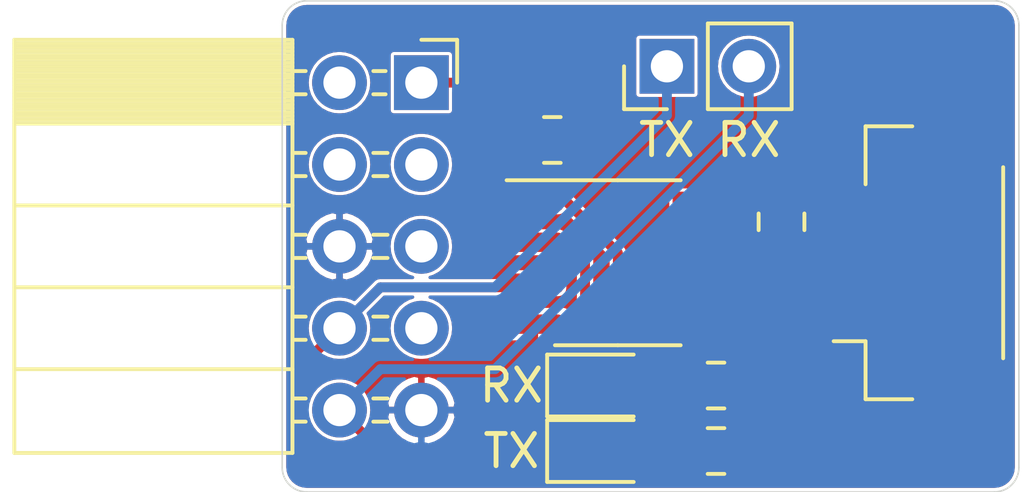
<source format=kicad_pcb>
(kicad_pcb (version 20171130) (host pcbnew "(5.1.4)-1")

  (general
    (thickness 1.6)
    (drawings 13)
    (tracks 55)
    (zones 0)
    (modules 10)
    (nets 16)
  )

  (page A4)
  (layers
    (0 F.Cu signal)
    (31 B.Cu signal)
    (32 B.Adhes user)
    (33 F.Adhes user)
    (34 B.Paste user)
    (35 F.Paste user)
    (36 B.SilkS user)
    (37 F.SilkS user)
    (38 B.Mask user)
    (39 F.Mask user)
    (40 Dwgs.User user hide)
    (41 Cmts.User user hide)
    (42 Eco1.User user hide)
    (43 Eco2.User user hide)
    (44 Edge.Cuts user)
    (45 Margin user hide)
    (46 B.CrtYd user)
    (47 F.CrtYd user)
    (48 B.Fab user hide)
    (49 F.Fab user hide)
  )

  (setup
    (last_trace_width 0.25)
    (user_trace_width 0.1016)
    (user_trace_width 0.1524)
    (user_trace_width 0.3048)
    (user_trace_width 0.508)
    (trace_clearance 0.0889)
    (zone_clearance 0.1016)
    (zone_45_only yes)
    (trace_min 0.0889)
    (via_size 0.8)
    (via_drill 0.4)
    (via_min_size 0.45)
    (via_min_drill 0.2)
    (user_via 0.4572 0.2286)
    (uvia_size 0.3)
    (uvia_drill 0.1)
    (uvias_allowed no)
    (uvia_min_size 0.2)
    (uvia_min_drill 0.1)
    (edge_width 0.05)
    (segment_width 0.2)
    (pcb_text_width 0.3)
    (pcb_text_size 1.5 1.5)
    (mod_edge_width 0.12)
    (mod_text_size 1 1)
    (mod_text_width 0.15)
    (pad_size 3.45 3.45)
    (pad_drill 0)
    (pad_to_mask_clearance 0.051)
    (solder_mask_min_width 0.25)
    (aux_axis_origin 0 0)
    (visible_elements 7FFFF7FF)
    (pcbplotparams
      (layerselection 0x010fc_ffffffff)
      (usegerberextensions true)
      (usegerberattributes false)
      (usegerberadvancedattributes false)
      (creategerberjobfile false)
      (excludeedgelayer true)
      (linewidth 0.150000)
      (plotframeref false)
      (viasonmask false)
      (mode 1)
      (useauxorigin false)
      (hpglpennumber 1)
      (hpglpenspeed 20)
      (hpglpendiameter 15.000000)
      (psnegative false)
      (psa4output false)
      (plotreference true)
      (plotvalue true)
      (plotinvisibletext false)
      (padsonsilk false)
      (subtractmaskfromsilk true)
      (outputformat 1)
      (mirror false)
      (drillshape 0)
      (scaleselection 1)
      (outputdirectory "gerbers/"))
  )

  (net 0 "")
  (net 1 GND)
  (net 2 +3V3)
  (net 3 "Net-(J1-Pad5)")
  (net 4 "Net-(J1-Pad4)")
  (net 5 "Net-(J1-Pad3)")
  (net 6 "Net-(J1-Pad2)")
  (net 7 "Net-(J1-Pad7)")
  (net 8 "Net-(D1-Pad2)")
  (net 9 /TX)
  (net 10 "Net-(D2-Pad2)")
  (net 11 /RX)
  (net 12 /RX+)
  (net 13 /RX-)
  (net 14 /TX-)
  (net 15 /TX+)

  (net_class Default "This is the default net class."
    (clearance 0.0889)
    (trace_width 0.25)
    (via_dia 0.8)
    (via_drill 0.4)
    (uvia_dia 0.3)
    (uvia_drill 0.1)
    (add_net +3V3)
    (add_net /RX)
    (add_net /RX+)
    (add_net /RX-)
    (add_net /TX)
    (add_net /TX+)
    (add_net /TX-)
    (add_net GND)
    (add_net "Net-(D1-Pad2)")
    (add_net "Net-(D2-Pad2)")
    (add_net "Net-(J1-Pad2)")
    (add_net "Net-(J1-Pad3)")
    (add_net "Net-(J1-Pad4)")
    (add_net "Net-(J1-Pad5)")
    (add_net "Net-(J1-Pad7)")
  )

  (module Connector_PinSocket_2.54mm:PinSocket_2x05_P2.54mm_Horizontal (layer F.Cu) (tedit 5A19A422) (tstamp 5EAE7852)
    (at 26.924 17.78)
    (descr "Through hole angled socket strip, 2x05, 2.54mm pitch, 8.51mm socket length, double cols (from Kicad 4.0.7), script generated")
    (tags "Through hole angled socket strip THT 2x05 2.54mm double row")
    (path /5E385594)
    (fp_text reference J1 (at -1.27 5.08) (layer F.SilkS) hide
      (effects (font (size 1 1) (thickness 0.15)))
    )
    (fp_text value RPi (at -5.65 12.93) (layer F.Fab)
      (effects (font (size 1 1) (thickness 0.15)))
    )
    (fp_text user %R (at -8.315 5.08 90) (layer F.Fab)
      (effects (font (size 1 1) (thickness 0.15)))
    )
    (fp_line (start 1.8 11.95) (end 1.8 -1.75) (layer F.CrtYd) (width 0.05))
    (fp_line (start -13.05 11.95) (end 1.8 11.95) (layer F.CrtYd) (width 0.05))
    (fp_line (start -13.05 -1.75) (end -13.05 11.95) (layer F.CrtYd) (width 0.05))
    (fp_line (start 1.8 -1.75) (end -13.05 -1.75) (layer F.CrtYd) (width 0.05))
    (fp_line (start 0 -1.33) (end 1.11 -1.33) (layer F.SilkS) (width 0.12))
    (fp_line (start 1.11 -1.33) (end 1.11 0) (layer F.SilkS) (width 0.12))
    (fp_line (start -12.63 -1.33) (end -12.63 11.49) (layer F.SilkS) (width 0.12))
    (fp_line (start -12.63 11.49) (end -4 11.49) (layer F.SilkS) (width 0.12))
    (fp_line (start -4 -1.33) (end -4 11.49) (layer F.SilkS) (width 0.12))
    (fp_line (start -12.63 -1.33) (end -4 -1.33) (layer F.SilkS) (width 0.12))
    (fp_line (start -12.63 8.89) (end -4 8.89) (layer F.SilkS) (width 0.12))
    (fp_line (start -12.63 6.35) (end -4 6.35) (layer F.SilkS) (width 0.12))
    (fp_line (start -12.63 3.81) (end -4 3.81) (layer F.SilkS) (width 0.12))
    (fp_line (start -12.63 1.27) (end -4 1.27) (layer F.SilkS) (width 0.12))
    (fp_line (start -1.49 10.52) (end -1.05 10.52) (layer F.SilkS) (width 0.12))
    (fp_line (start -4 10.52) (end -3.59 10.52) (layer F.SilkS) (width 0.12))
    (fp_line (start -1.49 9.8) (end -1.05 9.8) (layer F.SilkS) (width 0.12))
    (fp_line (start -4 9.8) (end -3.59 9.8) (layer F.SilkS) (width 0.12))
    (fp_line (start -1.49 7.98) (end -1.05 7.98) (layer F.SilkS) (width 0.12))
    (fp_line (start -4 7.98) (end -3.59 7.98) (layer F.SilkS) (width 0.12))
    (fp_line (start -1.49 7.26) (end -1.05 7.26) (layer F.SilkS) (width 0.12))
    (fp_line (start -4 7.26) (end -3.59 7.26) (layer F.SilkS) (width 0.12))
    (fp_line (start -1.49 5.44) (end -1.05 5.44) (layer F.SilkS) (width 0.12))
    (fp_line (start -4 5.44) (end -3.59 5.44) (layer F.SilkS) (width 0.12))
    (fp_line (start -1.49 4.72) (end -1.05 4.72) (layer F.SilkS) (width 0.12))
    (fp_line (start -4 4.72) (end -3.59 4.72) (layer F.SilkS) (width 0.12))
    (fp_line (start -1.49 2.9) (end -1.05 2.9) (layer F.SilkS) (width 0.12))
    (fp_line (start -4 2.9) (end -3.59 2.9) (layer F.SilkS) (width 0.12))
    (fp_line (start -1.49 2.18) (end -1.05 2.18) (layer F.SilkS) (width 0.12))
    (fp_line (start -4 2.18) (end -3.59 2.18) (layer F.SilkS) (width 0.12))
    (fp_line (start -1.49 0.36) (end -1.11 0.36) (layer F.SilkS) (width 0.12))
    (fp_line (start -4 0.36) (end -3.59 0.36) (layer F.SilkS) (width 0.12))
    (fp_line (start -1.49 -0.36) (end -1.11 -0.36) (layer F.SilkS) (width 0.12))
    (fp_line (start -4 -0.36) (end -3.59 -0.36) (layer F.SilkS) (width 0.12))
    (fp_line (start -12.63 1.1519) (end -4 1.1519) (layer F.SilkS) (width 0.12))
    (fp_line (start -12.63 1.033805) (end -4 1.033805) (layer F.SilkS) (width 0.12))
    (fp_line (start -12.63 0.91571) (end -4 0.91571) (layer F.SilkS) (width 0.12))
    (fp_line (start -12.63 0.797615) (end -4 0.797615) (layer F.SilkS) (width 0.12))
    (fp_line (start -12.63 0.67952) (end -4 0.67952) (layer F.SilkS) (width 0.12))
    (fp_line (start -12.63 0.561425) (end -4 0.561425) (layer F.SilkS) (width 0.12))
    (fp_line (start -12.63 0.44333) (end -4 0.44333) (layer F.SilkS) (width 0.12))
    (fp_line (start -12.63 0.325235) (end -4 0.325235) (layer F.SilkS) (width 0.12))
    (fp_line (start -12.63 0.20714) (end -4 0.20714) (layer F.SilkS) (width 0.12))
    (fp_line (start -12.63 0.089045) (end -4 0.089045) (layer F.SilkS) (width 0.12))
    (fp_line (start -12.63 -0.02905) (end -4 -0.02905) (layer F.SilkS) (width 0.12))
    (fp_line (start -12.63 -0.147145) (end -4 -0.147145) (layer F.SilkS) (width 0.12))
    (fp_line (start -12.63 -0.26524) (end -4 -0.26524) (layer F.SilkS) (width 0.12))
    (fp_line (start -12.63 -0.383335) (end -4 -0.383335) (layer F.SilkS) (width 0.12))
    (fp_line (start -12.63 -0.50143) (end -4 -0.50143) (layer F.SilkS) (width 0.12))
    (fp_line (start -12.63 -0.619525) (end -4 -0.619525) (layer F.SilkS) (width 0.12))
    (fp_line (start -12.63 -0.73762) (end -4 -0.73762) (layer F.SilkS) (width 0.12))
    (fp_line (start -12.63 -0.855715) (end -4 -0.855715) (layer F.SilkS) (width 0.12))
    (fp_line (start -12.63 -0.97381) (end -4 -0.97381) (layer F.SilkS) (width 0.12))
    (fp_line (start -12.63 -1.091905) (end -4 -1.091905) (layer F.SilkS) (width 0.12))
    (fp_line (start -12.63 -1.21) (end -4 -1.21) (layer F.SilkS) (width 0.12))
    (fp_line (start 0 10.46) (end 0 9.86) (layer F.Fab) (width 0.1))
    (fp_line (start -4.06 10.46) (end 0 10.46) (layer F.Fab) (width 0.1))
    (fp_line (start 0 9.86) (end -4.06 9.86) (layer F.Fab) (width 0.1))
    (fp_line (start 0 7.92) (end 0 7.32) (layer F.Fab) (width 0.1))
    (fp_line (start -4.06 7.92) (end 0 7.92) (layer F.Fab) (width 0.1))
    (fp_line (start 0 7.32) (end -4.06 7.32) (layer F.Fab) (width 0.1))
    (fp_line (start 0 5.38) (end 0 4.78) (layer F.Fab) (width 0.1))
    (fp_line (start -4.06 5.38) (end 0 5.38) (layer F.Fab) (width 0.1))
    (fp_line (start 0 4.78) (end -4.06 4.78) (layer F.Fab) (width 0.1))
    (fp_line (start 0 2.84) (end 0 2.24) (layer F.Fab) (width 0.1))
    (fp_line (start -4.06 2.84) (end 0 2.84) (layer F.Fab) (width 0.1))
    (fp_line (start 0 2.24) (end -4.06 2.24) (layer F.Fab) (width 0.1))
    (fp_line (start 0 0.3) (end 0 -0.3) (layer F.Fab) (width 0.1))
    (fp_line (start -4.06 0.3) (end 0 0.3) (layer F.Fab) (width 0.1))
    (fp_line (start 0 -0.3) (end -4.06 -0.3) (layer F.Fab) (width 0.1))
    (fp_line (start -12.57 11.43) (end -12.57 -1.27) (layer F.Fab) (width 0.1))
    (fp_line (start -4.06 11.43) (end -12.57 11.43) (layer F.Fab) (width 0.1))
    (fp_line (start -4.06 -0.3) (end -4.06 11.43) (layer F.Fab) (width 0.1))
    (fp_line (start -5.03 -1.27) (end -4.06 -0.3) (layer F.Fab) (width 0.1))
    (fp_line (start -12.57 -1.27) (end -5.03 -1.27) (layer F.Fab) (width 0.1))
    (pad 10 thru_hole oval (at -2.54 10.16) (size 1.7 1.7) (drill 1) (layers *.Cu *.Mask)
      (net 11 /RX))
    (pad 9 thru_hole oval (at 0 10.16) (size 1.7 1.7) (drill 1) (layers *.Cu *.Mask)
      (net 1 GND))
    (pad 8 thru_hole oval (at -2.54 7.62) (size 1.7 1.7) (drill 1) (layers *.Cu *.Mask)
      (net 9 /TX))
    (pad 7 thru_hole oval (at 0 7.62) (size 1.7 1.7) (drill 1) (layers *.Cu *.Mask)
      (net 7 "Net-(J1-Pad7)"))
    (pad 6 thru_hole oval (at -2.54 5.08) (size 1.7 1.7) (drill 1) (layers *.Cu *.Mask)
      (net 1 GND))
    (pad 5 thru_hole oval (at 0 5.08) (size 1.7 1.7) (drill 1) (layers *.Cu *.Mask)
      (net 3 "Net-(J1-Pad5)"))
    (pad 4 thru_hole oval (at -2.54 2.54) (size 1.7 1.7) (drill 1) (layers *.Cu *.Mask)
      (net 4 "Net-(J1-Pad4)"))
    (pad 3 thru_hole oval (at 0 2.54) (size 1.7 1.7) (drill 1) (layers *.Cu *.Mask)
      (net 5 "Net-(J1-Pad3)"))
    (pad 2 thru_hole oval (at -2.54 0) (size 1.7 1.7) (drill 1) (layers *.Cu *.Mask)
      (net 6 "Net-(J1-Pad2)"))
    (pad 1 thru_hole rect (at 0 0) (size 1.7 1.7) (drill 1) (layers *.Cu *.Mask)
      (net 2 +3V3))
    (model ${KISYS3DMOD}/Connector_PinSocket_2.54mm.3dshapes/PinSocket_2x05_P2.54mm_Horizontal.wrl
      (at (xyz 0 0 0))
      (scale (xyz 1 1 1))
      (rotate (xyz 0 0 0))
    )
  )

  (module Connector_PinHeader_2.54mm:PinHeader_1x02_P2.54mm_Vertical (layer F.Cu) (tedit 59FED5CC) (tstamp 5EAE697A)
    (at 34.544 17.272 90)
    (descr "Through hole straight pin header, 1x02, 2.54mm pitch, single row")
    (tags "Through hole pin header THT 1x02 2.54mm single row")
    (path /5EB2CCE5)
    (fp_text reference J3 (at 0 1.27 180) (layer F.SilkS) hide
      (effects (font (size 1 1) (thickness 0.15)))
    )
    (fp_text value SERIAL (at 0 4.87 90) (layer F.Fab)
      (effects (font (size 1 1) (thickness 0.15)))
    )
    (fp_text user %R (at 0 1.27) (layer F.Fab)
      (effects (font (size 1 1) (thickness 0.15)))
    )
    (fp_line (start 1.8 -1.8) (end -1.8 -1.8) (layer F.CrtYd) (width 0.05))
    (fp_line (start 1.8 4.35) (end 1.8 -1.8) (layer F.CrtYd) (width 0.05))
    (fp_line (start -1.8 4.35) (end 1.8 4.35) (layer F.CrtYd) (width 0.05))
    (fp_line (start -1.8 -1.8) (end -1.8 4.35) (layer F.CrtYd) (width 0.05))
    (fp_line (start -1.33 -1.33) (end 0 -1.33) (layer F.SilkS) (width 0.12))
    (fp_line (start -1.33 0) (end -1.33 -1.33) (layer F.SilkS) (width 0.12))
    (fp_line (start -1.33 1.27) (end 1.33 1.27) (layer F.SilkS) (width 0.12))
    (fp_line (start 1.33 1.27) (end 1.33 3.87) (layer F.SilkS) (width 0.12))
    (fp_line (start -1.33 1.27) (end -1.33 3.87) (layer F.SilkS) (width 0.12))
    (fp_line (start -1.33 3.87) (end 1.33 3.87) (layer F.SilkS) (width 0.12))
    (fp_line (start -1.27 -0.635) (end -0.635 -1.27) (layer F.Fab) (width 0.1))
    (fp_line (start -1.27 3.81) (end -1.27 -0.635) (layer F.Fab) (width 0.1))
    (fp_line (start 1.27 3.81) (end -1.27 3.81) (layer F.Fab) (width 0.1))
    (fp_line (start 1.27 -1.27) (end 1.27 3.81) (layer F.Fab) (width 0.1))
    (fp_line (start -0.635 -1.27) (end 1.27 -1.27) (layer F.Fab) (width 0.1))
    (pad 2 thru_hole oval (at 0 2.54 90) (size 1.7 1.7) (drill 1) (layers *.Cu *.Mask)
      (net 11 /RX))
    (pad 1 thru_hole rect (at 0 0 90) (size 1.7 1.7) (drill 1) (layers *.Cu *.Mask)
      (net 9 /TX))
    (model ${KISYS3DMOD}/Connector_PinHeader_2.54mm.3dshapes/PinHeader_1x02_P2.54mm_Vertical.wrl
      (at (xyz 0 0 0))
      (scale (xyz 1 1 1))
      (rotate (xyz 0 0 0))
    )
  )

  (module LED_SMD:LED_0805_2012Metric (layer F.Cu) (tedit 5B36C52C) (tstamp 5EAE5C5A)
    (at 32.512 29.21)
    (descr "LED SMD 0805 (2012 Metric), square (rectangular) end terminal, IPC_7351 nominal, (Body size source: https://docs.google.com/spreadsheets/d/1BsfQQcO9C6DZCsRaXUlFlo91Tg2WpOkGARC1WS5S8t0/edit?usp=sharing), generated with kicad-footprint-generator")
    (tags diode)
    (path /5EB07155)
    (attr smd)
    (fp_text reference D1 (at 0 0) (layer F.SilkS) hide
      (effects (font (size 1 1) (thickness 0.15)))
    )
    (fp_text value TX (at 0 1.65) (layer F.Fab)
      (effects (font (size 1 1) (thickness 0.15)))
    )
    (fp_text user %R (at 0 0) (layer F.Fab)
      (effects (font (size 0.5 0.5) (thickness 0.08)))
    )
    (fp_line (start 1.68 0.95) (end -1.68 0.95) (layer F.CrtYd) (width 0.05))
    (fp_line (start 1.68 -0.95) (end 1.68 0.95) (layer F.CrtYd) (width 0.05))
    (fp_line (start -1.68 -0.95) (end 1.68 -0.95) (layer F.CrtYd) (width 0.05))
    (fp_line (start -1.68 0.95) (end -1.68 -0.95) (layer F.CrtYd) (width 0.05))
    (fp_line (start -1.685 0.96) (end 1 0.96) (layer F.SilkS) (width 0.12))
    (fp_line (start -1.685 -0.96) (end -1.685 0.96) (layer F.SilkS) (width 0.12))
    (fp_line (start 1 -0.96) (end -1.685 -0.96) (layer F.SilkS) (width 0.12))
    (fp_line (start 1 0.6) (end 1 -0.6) (layer F.Fab) (width 0.1))
    (fp_line (start -1 0.6) (end 1 0.6) (layer F.Fab) (width 0.1))
    (fp_line (start -1 -0.3) (end -1 0.6) (layer F.Fab) (width 0.1))
    (fp_line (start -0.7 -0.6) (end -1 -0.3) (layer F.Fab) (width 0.1))
    (fp_line (start 1 -0.6) (end -0.7 -0.6) (layer F.Fab) (width 0.1))
    (pad 2 smd roundrect (at 0.9375 0) (size 0.975 1.4) (layers F.Cu F.Paste F.Mask) (roundrect_rratio 0.25)
      (net 8 "Net-(D1-Pad2)"))
    (pad 1 smd roundrect (at -0.9375 0) (size 0.975 1.4) (layers F.Cu F.Paste F.Mask) (roundrect_rratio 0.25)
      (net 9 /TX))
    (model ${KISYS3DMOD}/LED_SMD.3dshapes/LED_0805_2012Metric.wrl
      (at (xyz 0 0 0))
      (scale (xyz 1 1 1))
      (rotate (xyz 0 0 0))
    )
  )

  (module LED_SMD:LED_0805_2012Metric (layer F.Cu) (tedit 5B36C52C) (tstamp 5EAE656A)
    (at 32.512 27.178)
    (descr "LED SMD 0805 (2012 Metric), square (rectangular) end terminal, IPC_7351 nominal, (Body size source: https://docs.google.com/spreadsheets/d/1BsfQQcO9C6DZCsRaXUlFlo91Tg2WpOkGARC1WS5S8t0/edit?usp=sharing), generated with kicad-footprint-generator")
    (tags diode)
    (path /5EB07E38)
    (attr smd)
    (fp_text reference D2 (at 0 0) (layer F.SilkS) hide
      (effects (font (size 1 1) (thickness 0.15)))
    )
    (fp_text value RX (at 0 1.65) (layer F.Fab)
      (effects (font (size 1 1) (thickness 0.15)))
    )
    (fp_text user %R (at 0 0) (layer F.Fab)
      (effects (font (size 0.5 0.5) (thickness 0.08)))
    )
    (fp_line (start 1.68 0.95) (end -1.68 0.95) (layer F.CrtYd) (width 0.05))
    (fp_line (start 1.68 -0.95) (end 1.68 0.95) (layer F.CrtYd) (width 0.05))
    (fp_line (start -1.68 -0.95) (end 1.68 -0.95) (layer F.CrtYd) (width 0.05))
    (fp_line (start -1.68 0.95) (end -1.68 -0.95) (layer F.CrtYd) (width 0.05))
    (fp_line (start -1.685 0.96) (end 1 0.96) (layer F.SilkS) (width 0.12))
    (fp_line (start -1.685 -0.96) (end -1.685 0.96) (layer F.SilkS) (width 0.12))
    (fp_line (start 1 -0.96) (end -1.685 -0.96) (layer F.SilkS) (width 0.12))
    (fp_line (start 1 0.6) (end 1 -0.6) (layer F.Fab) (width 0.1))
    (fp_line (start -1 0.6) (end 1 0.6) (layer F.Fab) (width 0.1))
    (fp_line (start -1 -0.3) (end -1 0.6) (layer F.Fab) (width 0.1))
    (fp_line (start -0.7 -0.6) (end -1 -0.3) (layer F.Fab) (width 0.1))
    (fp_line (start 1 -0.6) (end -0.7 -0.6) (layer F.Fab) (width 0.1))
    (pad 2 smd roundrect (at 0.9375 0) (size 0.975 1.4) (layers F.Cu F.Paste F.Mask) (roundrect_rratio 0.25)
      (net 10 "Net-(D2-Pad2)"))
    (pad 1 smd roundrect (at -0.9375 0) (size 0.975 1.4) (layers F.Cu F.Paste F.Mask) (roundrect_rratio 0.25)
      (net 11 /RX))
    (model ${KISYS3DMOD}/LED_SMD.3dshapes/LED_0805_2012Metric.wrl
      (at (xyz 0 0 0))
      (scale (xyz 1 1 1))
      (rotate (xyz 0 0 0))
    )
  )

  (module Package_SO:SO-8_3.9x4.9mm_P1.27mm (layer F.Cu) (tedit 5C509AD1) (tstamp 5EAE4C1E)
    (at 33.02 23.368)
    (descr "SO, 8 Pin (https://www.nxp.com/docs/en/data-sheet/PCF8523.pdf), generated with kicad-footprint-generator ipc_gullwing_generator.py")
    (tags "SO SO")
    (path /5EADFCEA)
    (attr smd)
    (fp_text reference U1 (at 0 0 180) (layer F.SilkS) hide
      (effects (font (size 1 1) (thickness 0.15)))
    )
    (fp_text value ISL83488 (at 0 3.4) (layer F.Fab)
      (effects (font (size 1 1) (thickness 0.15)))
    )
    (fp_text user %R (at 0 0) (layer F.Fab)
      (effects (font (size 0.98 0.98) (thickness 0.15)))
    )
    (fp_line (start 3.7 -2.7) (end -3.7 -2.7) (layer F.CrtYd) (width 0.05))
    (fp_line (start 3.7 2.7) (end 3.7 -2.7) (layer F.CrtYd) (width 0.05))
    (fp_line (start -3.7 2.7) (end 3.7 2.7) (layer F.CrtYd) (width 0.05))
    (fp_line (start -3.7 -2.7) (end -3.7 2.7) (layer F.CrtYd) (width 0.05))
    (fp_line (start -1.95 -1.475) (end -0.975 -2.45) (layer F.Fab) (width 0.1))
    (fp_line (start -1.95 2.45) (end -1.95 -1.475) (layer F.Fab) (width 0.1))
    (fp_line (start 1.95 2.45) (end -1.95 2.45) (layer F.Fab) (width 0.1))
    (fp_line (start 1.95 -2.45) (end 1.95 2.45) (layer F.Fab) (width 0.1))
    (fp_line (start -0.975 -2.45) (end 1.95 -2.45) (layer F.Fab) (width 0.1))
    (fp_line (start 0 -2.56) (end -3.45 -2.56) (layer F.SilkS) (width 0.12))
    (fp_line (start 0 -2.56) (end 1.95 -2.56) (layer F.SilkS) (width 0.12))
    (fp_line (start 0 2.56) (end -1.95 2.56) (layer F.SilkS) (width 0.12))
    (fp_line (start 0 2.56) (end 1.95 2.56) (layer F.SilkS) (width 0.12))
    (pad 8 smd roundrect (at 2.575 -1.905) (size 1.75 0.6) (layers F.Cu F.Paste F.Mask) (roundrect_rratio 0.25)
      (net 12 /RX+))
    (pad 7 smd roundrect (at 2.575 -0.635) (size 1.75 0.6) (layers F.Cu F.Paste F.Mask) (roundrect_rratio 0.25)
      (net 13 /RX-))
    (pad 6 smd roundrect (at 2.575 0.635) (size 1.75 0.6) (layers F.Cu F.Paste F.Mask) (roundrect_rratio 0.25)
      (net 15 /TX+))
    (pad 5 smd roundrect (at 2.575 1.905) (size 1.75 0.6) (layers F.Cu F.Paste F.Mask) (roundrect_rratio 0.25)
      (net 14 /TX-))
    (pad 4 smd roundrect (at -2.575 1.905) (size 1.75 0.6) (layers F.Cu F.Paste F.Mask) (roundrect_rratio 0.25)
      (net 1 GND))
    (pad 3 smd roundrect (at -2.575 0.635) (size 1.75 0.6) (layers F.Cu F.Paste F.Mask) (roundrect_rratio 0.25)
      (net 9 /TX))
    (pad 2 smd roundrect (at -2.575 -0.635) (size 1.75 0.6) (layers F.Cu F.Paste F.Mask) (roundrect_rratio 0.25)
      (net 11 /RX))
    (pad 1 smd roundrect (at -2.575 -1.905) (size 1.75 0.6) (layers F.Cu F.Paste F.Mask) (roundrect_rratio 0.25)
      (net 2 +3V3))
    (model ${KISYS3DMOD}/Package_SO.3dshapes/SSOP-8_3.9x5.05mm_P1.27mm.step
      (at (xyz 0 0 0))
      (scale (xyz 1 1 1))
      (rotate (xyz 0 0 0))
    )
  )

  (module Resistor_SMD:R_0805_2012Metric (layer F.Cu) (tedit 5B36C52B) (tstamp 5EAE4C04)
    (at 36.068 27.178)
    (descr "Resistor SMD 0805 (2012 Metric), square (rectangular) end terminal, IPC_7351 nominal, (Body size source: https://docs.google.com/spreadsheets/d/1BsfQQcO9C6DZCsRaXUlFlo91Tg2WpOkGARC1WS5S8t0/edit?usp=sharing), generated with kicad-footprint-generator")
    (tags resistor)
    (path /5EB06CC9)
    (attr smd)
    (fp_text reference R3 (at 0 0) (layer F.SilkS) hide
      (effects (font (size 1 1) (thickness 0.15)))
    )
    (fp_text value 1k (at 0 1.65) (layer F.Fab)
      (effects (font (size 1 1) (thickness 0.15)))
    )
    (fp_text user %R (at 0 0) (layer F.Fab)
      (effects (font (size 0.5 0.5) (thickness 0.08)))
    )
    (fp_line (start 1.68 0.95) (end -1.68 0.95) (layer F.CrtYd) (width 0.05))
    (fp_line (start 1.68 -0.95) (end 1.68 0.95) (layer F.CrtYd) (width 0.05))
    (fp_line (start -1.68 -0.95) (end 1.68 -0.95) (layer F.CrtYd) (width 0.05))
    (fp_line (start -1.68 0.95) (end -1.68 -0.95) (layer F.CrtYd) (width 0.05))
    (fp_line (start -0.258578 0.71) (end 0.258578 0.71) (layer F.SilkS) (width 0.12))
    (fp_line (start -0.258578 -0.71) (end 0.258578 -0.71) (layer F.SilkS) (width 0.12))
    (fp_line (start 1 0.6) (end -1 0.6) (layer F.Fab) (width 0.1))
    (fp_line (start 1 -0.6) (end 1 0.6) (layer F.Fab) (width 0.1))
    (fp_line (start -1 -0.6) (end 1 -0.6) (layer F.Fab) (width 0.1))
    (fp_line (start -1 0.6) (end -1 -0.6) (layer F.Fab) (width 0.1))
    (pad 2 smd roundrect (at 0.9375 0) (size 0.975 1.4) (layers F.Cu F.Paste F.Mask) (roundrect_rratio 0.25)
      (net 2 +3V3))
    (pad 1 smd roundrect (at -0.9375 0) (size 0.975 1.4) (layers F.Cu F.Paste F.Mask) (roundrect_rratio 0.25)
      (net 10 "Net-(D2-Pad2)"))
    (model ${KISYS3DMOD}/Resistor_SMD.3dshapes/R_0805_2012Metric.wrl
      (at (xyz 0 0 0))
      (scale (xyz 1 1 1))
      (rotate (xyz 0 0 0))
    )
  )

  (module Resistor_SMD:R_0805_2012Metric (layer F.Cu) (tedit 5B36C52B) (tstamp 5EAE4BF3)
    (at 36.068 29.21)
    (descr "Resistor SMD 0805 (2012 Metric), square (rectangular) end terminal, IPC_7351 nominal, (Body size source: https://docs.google.com/spreadsheets/d/1BsfQQcO9C6DZCsRaXUlFlo91Tg2WpOkGARC1WS5S8t0/edit?usp=sharing), generated with kicad-footprint-generator")
    (tags resistor)
    (path /5EB0693E)
    (attr smd)
    (fp_text reference R2 (at 0 0) (layer F.SilkS) hide
      (effects (font (size 1 1) (thickness 0.15)))
    )
    (fp_text value 1k (at 0 1.65) (layer F.Fab)
      (effects (font (size 1 1) (thickness 0.15)))
    )
    (fp_text user %R (at 0 0) (layer F.Fab)
      (effects (font (size 0.5 0.5) (thickness 0.08)))
    )
    (fp_line (start 1.68 0.95) (end -1.68 0.95) (layer F.CrtYd) (width 0.05))
    (fp_line (start 1.68 -0.95) (end 1.68 0.95) (layer F.CrtYd) (width 0.05))
    (fp_line (start -1.68 -0.95) (end 1.68 -0.95) (layer F.CrtYd) (width 0.05))
    (fp_line (start -1.68 0.95) (end -1.68 -0.95) (layer F.CrtYd) (width 0.05))
    (fp_line (start -0.258578 0.71) (end 0.258578 0.71) (layer F.SilkS) (width 0.12))
    (fp_line (start -0.258578 -0.71) (end 0.258578 -0.71) (layer F.SilkS) (width 0.12))
    (fp_line (start 1 0.6) (end -1 0.6) (layer F.Fab) (width 0.1))
    (fp_line (start 1 -0.6) (end 1 0.6) (layer F.Fab) (width 0.1))
    (fp_line (start -1 -0.6) (end 1 -0.6) (layer F.Fab) (width 0.1))
    (fp_line (start -1 0.6) (end -1 -0.6) (layer F.Fab) (width 0.1))
    (pad 2 smd roundrect (at 0.9375 0) (size 0.975 1.4) (layers F.Cu F.Paste F.Mask) (roundrect_rratio 0.25)
      (net 2 +3V3))
    (pad 1 smd roundrect (at -0.9375 0) (size 0.975 1.4) (layers F.Cu F.Paste F.Mask) (roundrect_rratio 0.25)
      (net 8 "Net-(D1-Pad2)"))
    (model ${KISYS3DMOD}/Resistor_SMD.3dshapes/R_0805_2012Metric.wrl
      (at (xyz 0 0 0))
      (scale (xyz 1 1 1))
      (rotate (xyz 0 0 0))
    )
  )

  (module Resistor_SMD:R_0805_2012Metric (layer F.Cu) (tedit 5B36C52B) (tstamp 5EAE4BE2)
    (at 38.1 22.098 90)
    (descr "Resistor SMD 0805 (2012 Metric), square (rectangular) end terminal, IPC_7351 nominal, (Body size source: https://docs.google.com/spreadsheets/d/1BsfQQcO9C6DZCsRaXUlFlo91Tg2WpOkGARC1WS5S8t0/edit?usp=sharing), generated with kicad-footprint-generator")
    (tags resistor)
    (path /5EAFF5A1)
    (attr smd)
    (fp_text reference R1 (at 0 0 90) (layer F.SilkS) hide
      (effects (font (size 1 1) (thickness 0.15)))
    )
    (fp_text value 120R (at 0 1.65 90) (layer F.Fab)
      (effects (font (size 1 1) (thickness 0.15)))
    )
    (fp_text user %R (at 0 0 90) (layer F.Fab)
      (effects (font (size 0.5 0.5) (thickness 0.08)))
    )
    (fp_line (start 1.68 0.95) (end -1.68 0.95) (layer F.CrtYd) (width 0.05))
    (fp_line (start 1.68 -0.95) (end 1.68 0.95) (layer F.CrtYd) (width 0.05))
    (fp_line (start -1.68 -0.95) (end 1.68 -0.95) (layer F.CrtYd) (width 0.05))
    (fp_line (start -1.68 0.95) (end -1.68 -0.95) (layer F.CrtYd) (width 0.05))
    (fp_line (start -0.258578 0.71) (end 0.258578 0.71) (layer F.SilkS) (width 0.12))
    (fp_line (start -0.258578 -0.71) (end 0.258578 -0.71) (layer F.SilkS) (width 0.12))
    (fp_line (start 1 0.6) (end -1 0.6) (layer F.Fab) (width 0.1))
    (fp_line (start 1 -0.6) (end 1 0.6) (layer F.Fab) (width 0.1))
    (fp_line (start -1 -0.6) (end 1 -0.6) (layer F.Fab) (width 0.1))
    (fp_line (start -1 0.6) (end -1 -0.6) (layer F.Fab) (width 0.1))
    (pad 2 smd roundrect (at 0.9375 0 90) (size 0.975 1.4) (layers F.Cu F.Paste F.Mask) (roundrect_rratio 0.25)
      (net 12 /RX+))
    (pad 1 smd roundrect (at -0.9375 0 90) (size 0.975 1.4) (layers F.Cu F.Paste F.Mask) (roundrect_rratio 0.25)
      (net 13 /RX-))
    (model ${KISYS3DMOD}/Resistor_SMD.3dshapes/R_0805_2012Metric.wrl
      (at (xyz 0 0 0))
      (scale (xyz 1 1 1))
      (rotate (xyz 0 0 0))
    )
  )

  (module Connector_JST:JST_GH_SM04B-GHS-TB_1x04-1MP_P1.25mm_Horizontal (layer F.Cu) (tedit 5B78AD87) (tstamp 5EAE6EEA)
    (at 42.418 23.368 90)
    (descr "JST GH series connector, SM04B-GHS-TB (http://www.jst-mfg.com/product/pdf/eng/eGH.pdf), generated with kicad-footprint-generator")
    (tags "connector JST GH top entry")
    (path /5E3A86AC)
    (attr smd)
    (fp_text reference J2 (at 0 0 90) (layer F.SilkS) hide
      (effects (font (size 1 1) (thickness 0.15)))
    )
    (fp_text value JST-GH (at 0 3.9 90) (layer F.Fab)
      (effects (font (size 1 1) (thickness 0.15)))
    )
    (fp_text user %R (at 0 0 90) (layer F.Fab)
      (effects (font (size 1 1) (thickness 0.15)))
    )
    (fp_line (start -1.875 -0.892893) (end -1.375 -1.6) (layer F.Fab) (width 0.1))
    (fp_line (start -2.375 -1.6) (end -1.875 -0.892893) (layer F.Fab) (width 0.1))
    (fp_line (start 4.72 -3.2) (end -4.72 -3.2) (layer F.CrtYd) (width 0.05))
    (fp_line (start 4.72 3.2) (end 4.72 -3.2) (layer F.CrtYd) (width 0.05))
    (fp_line (start -4.72 3.2) (end 4.72 3.2) (layer F.CrtYd) (width 0.05))
    (fp_line (start -4.72 -3.2) (end -4.72 3.2) (layer F.CrtYd) (width 0.05))
    (fp_line (start 4.125 -1.6) (end 4.125 2.45) (layer F.Fab) (width 0.1))
    (fp_line (start -4.125 -1.6) (end -4.125 2.45) (layer F.Fab) (width 0.1))
    (fp_line (start -4.125 2.45) (end 4.125 2.45) (layer F.Fab) (width 0.1))
    (fp_line (start -2.965 2.56) (end 2.965 2.56) (layer F.SilkS) (width 0.12))
    (fp_line (start 4.235 -1.71) (end 2.435 -1.71) (layer F.SilkS) (width 0.12))
    (fp_line (start 4.235 -0.26) (end 4.235 -1.71) (layer F.SilkS) (width 0.12))
    (fp_line (start -2.435 -1.71) (end -2.435 -2.7) (layer F.SilkS) (width 0.12))
    (fp_line (start -4.235 -1.71) (end -2.435 -1.71) (layer F.SilkS) (width 0.12))
    (fp_line (start -4.235 -0.26) (end -4.235 -1.71) (layer F.SilkS) (width 0.12))
    (fp_line (start -4.125 -1.6) (end 4.125 -1.6) (layer F.Fab) (width 0.1))
    (pad MP smd roundrect (at 3.725 1.35 90) (size 1 2.7) (layers F.Cu F.Paste F.Mask) (roundrect_rratio 0.25))
    (pad MP smd roundrect (at -3.725 1.35 90) (size 1 2.7) (layers F.Cu F.Paste F.Mask) (roundrect_rratio 0.25))
    (pad 4 smd roundrect (at 1.875 -1.85 90) (size 0.6 1.7) (layers F.Cu F.Paste F.Mask) (roundrect_rratio 0.25)
      (net 12 /RX+))
    (pad 3 smd roundrect (at 0.625 -1.85 90) (size 0.6 1.7) (layers F.Cu F.Paste F.Mask) (roundrect_rratio 0.25)
      (net 13 /RX-))
    (pad 2 smd roundrect (at -0.625 -1.85 90) (size 0.6 1.7) (layers F.Cu F.Paste F.Mask) (roundrect_rratio 0.25)
      (net 15 /TX+))
    (pad 1 smd roundrect (at -1.875 -1.85 90) (size 0.6 1.7) (layers F.Cu F.Paste F.Mask) (roundrect_rratio 0.25)
      (net 14 /TX-))
    (model ${KISYS3DMOD}/Connector_JST.3dshapes/JST_GH_SM04B-GHS-TB_1x04-1MP_P1.25mm_Horizontal.wrl
      (at (xyz 0 0 0))
      (scale (xyz 1 1 1))
      (rotate (xyz 0 0 0))
    )
  )

  (module Capacitor_SMD:C_0805_2012Metric (layer F.Cu) (tedit 5B36C52B) (tstamp 5E37C1F9)
    (at 30.988 19.558)
    (descr "Capacitor SMD 0805 (2012 Metric), square (rectangular) end terminal, IPC_7351 nominal, (Body size source: https://docs.google.com/spreadsheets/d/1BsfQQcO9C6DZCsRaXUlFlo91Tg2WpOkGARC1WS5S8t0/edit?usp=sharing), generated with kicad-footprint-generator")
    (tags capacitor)
    (path /5E38C862)
    (attr smd)
    (fp_text reference C1 (at 0 0) (layer F.SilkS) hide
      (effects (font (size 1 1) (thickness 0.15)))
    )
    (fp_text value 0.1u (at 0 1.65) (layer F.Fab)
      (effects (font (size 1 1) (thickness 0.15)))
    )
    (fp_line (start -1 0.6) (end -1 -0.6) (layer F.Fab) (width 0.1))
    (fp_line (start -1 -0.6) (end 1 -0.6) (layer F.Fab) (width 0.1))
    (fp_line (start 1 -0.6) (end 1 0.6) (layer F.Fab) (width 0.1))
    (fp_line (start 1 0.6) (end -1 0.6) (layer F.Fab) (width 0.1))
    (fp_line (start -0.258578 -0.71) (end 0.258578 -0.71) (layer F.SilkS) (width 0.12))
    (fp_line (start -0.258578 0.71) (end 0.258578 0.71) (layer F.SilkS) (width 0.12))
    (fp_line (start -1.68 0.95) (end -1.68 -0.95) (layer F.CrtYd) (width 0.05))
    (fp_line (start -1.68 -0.95) (end 1.68 -0.95) (layer F.CrtYd) (width 0.05))
    (fp_line (start 1.68 -0.95) (end 1.68 0.95) (layer F.CrtYd) (width 0.05))
    (fp_line (start 1.68 0.95) (end -1.68 0.95) (layer F.CrtYd) (width 0.05))
    (fp_text user %R (at 0 0) (layer F.Fab)
      (effects (font (size 0.5 0.5) (thickness 0.08)))
    )
    (pad 1 smd roundrect (at -0.9375 0) (size 0.975 1.4) (layers F.Cu F.Paste F.Mask) (roundrect_rratio 0.25)
      (net 2 +3V3))
    (pad 2 smd roundrect (at 0.9375 0) (size 0.975 1.4) (layers F.Cu F.Paste F.Mask) (roundrect_rratio 0.25)
      (net 1 GND))
    (model ${KISYS3DMOD}/Capacitor_SMD.3dshapes/C_0805_2012Metric.wrl
      (at (xyz 0 0 0))
      (scale (xyz 1 1 1))
      (rotate (xyz 0 0 0))
    )
  )

  (gr_text TX (at 29.718 29.21) (layer F.SilkS) (tstamp 5EAE8E0E)
    (effects (font (size 1 1) (thickness 0.15)))
  )
  (gr_text RX (at 29.718 27.178) (layer F.SilkS) (tstamp 5EAE8E0B)
    (effects (font (size 1 1) (thickness 0.15)))
  )
  (gr_text RX (at 37.084 19.558) (layer F.SilkS) (tstamp 5EAE8E01)
    (effects (font (size 1 1) (thickness 0.15)))
  )
  (gr_text TX (at 34.544 19.558) (layer F.SilkS)
    (effects (font (size 1 1) (thickness 0.15)))
  )
  (gr_arc (start 44.704 29.718) (end 44.704 30.48) (angle -90) (layer Edge.Cuts) (width 0.05) (tstamp 5EAE8C0F))
  (gr_arc (start 44.704 16.002) (end 45.466 16.002) (angle -90) (layer Edge.Cuts) (width 0.05) (tstamp 5EAE8C05))
  (gr_arc (start 23.368 16.002) (end 23.368 15.24) (angle -90) (layer Edge.Cuts) (width 0.05) (tstamp 5EAE8C00))
  (gr_arc (start 23.368 29.718) (end 22.606 29.718) (angle -90) (layer Edge.Cuts) (width 0.05))
  (gr_text "rpi3<>isl83488/90\n2020-01\nfourside.io" (at 44.45 27.686) (layer B.Mask)
    (effects (font (size 0.9 0.9) (thickness 0.1)) (justify left mirror))
  )
  (gr_line (start 22.606 29.718) (end 22.606 16.002) (layer Edge.Cuts) (width 0.05) (tstamp 5E381A83))
  (gr_line (start 44.704 30.48) (end 23.368 30.48) (layer Edge.Cuts) (width 0.05))
  (gr_line (start 45.466 16.002) (end 45.466 29.718) (layer Edge.Cuts) (width 0.05))
  (gr_line (start 23.368 15.24) (end 44.704 15.24) (layer Edge.Cuts) (width 0.05))

  (segment (start 30.445 21.047) (end 30.445 21.463) (width 0.3048) (layer F.Cu) (net 2))
  (segment (start 30.0505 19.558) (end 30.0505 20.6525) (width 0.3048) (layer F.Cu) (net 2))
  (segment (start 30.0505 20.6525) (end 30.445 21.047) (width 0.3048) (layer F.Cu) (net 2))
  (segment (start 28.0788 17.78) (end 26.924 17.78) (width 0.3048) (layer F.Cu) (net 2))
  (segment (start 29.0725 17.78) (end 28.0788 17.78) (width 0.3048) (layer F.Cu) (net 2))
  (segment (start 30.0505 18.758) (end 29.0725 17.78) (width 0.3048) (layer F.Cu) (net 2))
  (segment (start 30.0505 19.558) (end 30.0505 18.758) (width 0.3048) (layer F.Cu) (net 2))
  (segment (start 31.42 21.463) (end 30.445 21.463) (width 0.3048) (layer F.Cu) (net 2))
  (segment (start 33.02 23.063) (end 31.42 21.463) (width 0.3048) (layer F.Cu) (net 2))
  (segment (start 33.02 24.638) (end 33.02 23.063) (width 0.3048) (layer F.Cu) (net 2))
  (segment (start 34.544 26.162) (end 33.02 24.638) (width 0.3048) (layer F.Cu) (net 2))
  (segment (start 37.0055 27.178) (end 35.9895 26.162) (width 0.3048) (layer F.Cu) (net 2))
  (segment (start 35.9895 26.162) (end 34.544 26.162) (width 0.3048) (layer F.Cu) (net 2))
  (segment (start 37.0055 27.178) (end 37.0055 29.21) (width 0.3048) (layer F.Cu) (net 2))
  (segment (start 33.4495 29.21) (end 35.1305 29.21) (width 0.3048) (layer F.Cu) (net 8))
  (segment (start 34.544 18.796) (end 34.544 17.272) (width 0.3048) (layer B.Cu) (net 9))
  (segment (start 29.21 24.13) (end 34.544 18.796) (width 0.3048) (layer B.Cu) (net 9))
  (segment (start 24.384 25.4) (end 25.654 24.13) (width 0.3048) (layer B.Cu) (net 9))
  (segment (start 25.654 24.13) (end 29.21 24.13) (width 0.3048) (layer B.Cu) (net 9))
  (segment (start 25.654 24.13) (end 30.318 24.13) (width 0.3048) (layer F.Cu) (net 9))
  (segment (start 24.384 25.4) (end 25.654 24.13) (width 0.3048) (layer F.Cu) (net 9))
  (segment (start 30.318 24.13) (end 30.445 24.003) (width 0.3048) (layer F.Cu) (net 9))
  (segment (start 23.534001 26.249999) (end 24.384 25.4) (width 0.3048) (layer F.Cu) (net 9))
  (segment (start 30.226 29.21) (end 29.591 29.845) (width 0.3048) (layer F.Cu) (net 9))
  (segment (start 29.591 29.845) (end 24.257 29.845) (width 0.3048) (layer F.Cu) (net 9))
  (segment (start 24.257 29.845) (end 23.114 28.702) (width 0.3048) (layer F.Cu) (net 9))
  (segment (start 23.114 28.702) (end 23.114 26.67) (width 0.3048) (layer F.Cu) (net 9))
  (segment (start 31.5745 29.21) (end 30.226 29.21) (width 0.3048) (layer F.Cu) (net 9))
  (segment (start 23.114 26.67) (end 23.534001 26.249999) (width 0.3048) (layer F.Cu) (net 9))
  (segment (start 33.4495 27.178) (end 35.1305 27.178) (width 0.3048) (layer F.Cu) (net 10))
  (segment (start 37.084 18.796) (end 37.084 17.272) (width 0.3048) (layer B.Cu) (net 11))
  (segment (start 29.21 26.67) (end 37.084 18.796) (width 0.3048) (layer B.Cu) (net 11))
  (segment (start 24.384 27.94) (end 25.654 26.67) (width 0.3048) (layer B.Cu) (net 11))
  (segment (start 25.654 26.67) (end 29.21 26.67) (width 0.3048) (layer B.Cu) (net 11))
  (segment (start 31.42 22.733) (end 30.445 22.733) (width 0.3048) (layer F.Cu) (net 11))
  (segment (start 32.004 23.317) (end 31.42 22.733) (width 0.3048) (layer F.Cu) (net 11))
  (segment (start 32.004 25.654) (end 32.004 23.317) (width 0.3048) (layer F.Cu) (net 11))
  (segment (start 31.5745 27.178) (end 31.5745 26.0835) (width 0.3048) (layer F.Cu) (net 11))
  (segment (start 31.5745 26.0835) (end 32.004 25.654) (width 0.3048) (layer F.Cu) (net 11))
  (segment (start 30.226 27.178) (end 31.5745 27.178) (width 0.3048) (layer F.Cu) (net 11))
  (segment (start 28.194 29.21) (end 30.226 27.178) (width 0.3048) (layer F.Cu) (net 11))
  (segment (start 24.384 27.94) (end 25.654 29.21) (width 0.3048) (layer F.Cu) (net 11))
  (segment (start 25.654 29.21) (end 28.194 29.21) (width 0.3048) (layer F.Cu) (net 11))
  (segment (start 37.7975 21.463) (end 38.1 21.1605) (width 0.3048) (layer F.Cu) (net 12))
  (segment (start 35.595 21.463) (end 37.7975 21.463) (width 0.3048) (layer F.Cu) (net 12))
  (segment (start 38.4325 21.493) (end 38.1 21.1605) (width 0.3048) (layer F.Cu) (net 12))
  (segment (start 40.568 21.493) (end 38.4325 21.493) (width 0.3048) (layer F.Cu) (net 12))
  (segment (start 37.7975 22.733) (end 38.1 23.0355) (width 0.3048) (layer F.Cu) (net 13))
  (segment (start 35.595 22.733) (end 37.7975 22.733) (width 0.3048) (layer F.Cu) (net 13))
  (segment (start 38.3925 22.743) (end 38.1 23.0355) (width 0.3048) (layer F.Cu) (net 13))
  (segment (start 40.568 22.743) (end 38.3925 22.743) (width 0.3048) (layer F.Cu) (net 13))
  (segment (start 35.625 25.243) (end 35.595 25.273) (width 0.3048) (layer F.Cu) (net 14))
  (segment (start 40.568 25.243) (end 35.625 25.243) (width 0.3048) (layer F.Cu) (net 14))
  (segment (start 40.558 24.003) (end 40.568 23.993) (width 0.3048) (layer F.Cu) (net 15))
  (segment (start 35.595 24.003) (end 40.558 24.003) (width 0.3048) (layer F.Cu) (net 15))

  (zone (net 1) (net_name GND) (layer F.Cu) (tstamp 5EB1EF48) (hatch edge 0.508)
    (connect_pads (clearance 0.1016))
    (min_thickness 0.1016)
    (fill yes (arc_segments 32) (thermal_gap 0.2032) (thermal_bridge_width 0.2032))
    (polygon
      (pts
        (xy 22.606 15.24) (xy 45.466 15.24) (xy 45.466 30.48) (xy 22.606 30.48)
      )
    )
    (filled_polygon
      (pts
        (xy 44.817384 15.429368) (xy 44.926447 15.462296) (xy 45.027042 15.515783) (xy 45.115329 15.587788) (xy 45.18795 15.675572)
        (xy 45.242137 15.775788) (xy 45.275826 15.884624) (xy 45.2886 16.006157) (xy 45.288601 29.709317) (xy 45.276632 29.831385)
        (xy 45.243704 29.940446) (xy 45.190216 30.041044) (xy 45.118212 30.12933) (xy 45.03043 30.201949) (xy 44.930211 30.256137)
        (xy 44.821376 30.289826) (xy 44.699844 30.3026) (xy 23.376672 30.3026) (xy 23.254615 30.290632) (xy 23.145554 30.257704)
        (xy 23.044956 30.204216) (xy 22.95667 30.132212) (xy 22.884051 30.04443) (xy 22.829863 29.944211) (xy 22.796174 29.835376)
        (xy 22.7834 29.713844) (xy 22.7834 26.67) (xy 22.807727 26.67) (xy 22.809201 26.684968) (xy 22.8092 28.687042)
        (xy 22.807727 28.702) (xy 22.8092 28.716958) (xy 22.8092 28.716965) (xy 22.813611 28.76175) (xy 22.83104 28.819205)
        (xy 22.859342 28.872156) (xy 22.897432 28.918568) (xy 22.909061 28.928112) (xy 24.030892 30.049944) (xy 24.040432 30.061568)
        (xy 24.086843 30.099658) (xy 24.129341 30.122373) (xy 24.139794 30.12796) (xy 24.197248 30.145389) (xy 24.199533 30.145614)
        (xy 24.242034 30.1498) (xy 24.242041 30.1498) (xy 24.256999 30.151273) (xy 24.271957 30.1498) (xy 29.576042 30.1498)
        (xy 29.591 30.151273) (xy 29.605958 30.1498) (xy 29.605966 30.1498) (xy 29.650751 30.145389) (xy 29.708206 30.12796)
        (xy 29.761157 30.099658) (xy 29.807568 30.061568) (xy 29.817112 30.049939) (xy 30.352252 29.5148) (xy 30.933863 29.5148)
        (xy 30.933863 29.66625) (xy 30.941489 29.743679) (xy 30.964074 29.818132) (xy 31.000751 29.886749) (xy 31.050109 29.946891)
        (xy 31.110251 29.996249) (xy 31.178868 30.032926) (xy 31.253321 30.055511) (xy 31.33075 30.063137) (xy 31.81825 30.063137)
        (xy 31.895679 30.055511) (xy 31.970132 30.032926) (xy 32.038749 29.996249) (xy 32.098891 29.946891) (xy 32.148249 29.886749)
        (xy 32.184926 29.818132) (xy 32.207511 29.743679) (xy 32.215137 29.66625) (xy 32.215137 28.75375) (xy 32.808863 28.75375)
        (xy 32.808863 29.66625) (xy 32.816489 29.743679) (xy 32.839074 29.818132) (xy 32.875751 29.886749) (xy 32.925109 29.946891)
        (xy 32.985251 29.996249) (xy 33.053868 30.032926) (xy 33.128321 30.055511) (xy 33.20575 30.063137) (xy 33.69325 30.063137)
        (xy 33.770679 30.055511) (xy 33.845132 30.032926) (xy 33.913749 29.996249) (xy 33.973891 29.946891) (xy 34.023249 29.886749)
        (xy 34.059926 29.818132) (xy 34.082511 29.743679) (xy 34.090137 29.66625) (xy 34.090137 29.5148) (xy 34.489863 29.5148)
        (xy 34.489863 29.66625) (xy 34.497489 29.743679) (xy 34.520074 29.818132) (xy 34.556751 29.886749) (xy 34.606109 29.946891)
        (xy 34.666251 29.996249) (xy 34.734868 30.032926) (xy 34.809321 30.055511) (xy 34.88675 30.063137) (xy 35.37425 30.063137)
        (xy 35.451679 30.055511) (xy 35.526132 30.032926) (xy 35.594749 29.996249) (xy 35.654891 29.946891) (xy 35.704249 29.886749)
        (xy 35.740926 29.818132) (xy 35.763511 29.743679) (xy 35.771137 29.66625) (xy 35.771137 28.75375) (xy 35.763511 28.676321)
        (xy 35.740926 28.601868) (xy 35.704249 28.533251) (xy 35.654891 28.473109) (xy 35.594749 28.423751) (xy 35.526132 28.387074)
        (xy 35.451679 28.364489) (xy 35.37425 28.356863) (xy 34.88675 28.356863) (xy 34.809321 28.364489) (xy 34.734868 28.387074)
        (xy 34.666251 28.423751) (xy 34.606109 28.473109) (xy 34.556751 28.533251) (xy 34.520074 28.601868) (xy 34.497489 28.676321)
        (xy 34.489863 28.75375) (xy 34.489863 28.9052) (xy 34.090137 28.9052) (xy 34.090137 28.75375) (xy 34.082511 28.676321)
        (xy 34.059926 28.601868) (xy 34.023249 28.533251) (xy 33.973891 28.473109) (xy 33.913749 28.423751) (xy 33.845132 28.387074)
        (xy 33.770679 28.364489) (xy 33.69325 28.356863) (xy 33.20575 28.356863) (xy 33.128321 28.364489) (xy 33.053868 28.387074)
        (xy 32.985251 28.423751) (xy 32.925109 28.473109) (xy 32.875751 28.533251) (xy 32.839074 28.601868) (xy 32.816489 28.676321)
        (xy 32.808863 28.75375) (xy 32.215137 28.75375) (xy 32.207511 28.676321) (xy 32.184926 28.601868) (xy 32.148249 28.533251)
        (xy 32.098891 28.473109) (xy 32.038749 28.423751) (xy 31.970132 28.387074) (xy 31.895679 28.364489) (xy 31.81825 28.356863)
        (xy 31.33075 28.356863) (xy 31.253321 28.364489) (xy 31.178868 28.387074) (xy 31.110251 28.423751) (xy 31.050109 28.473109)
        (xy 31.000751 28.533251) (xy 30.964074 28.601868) (xy 30.941489 28.676321) (xy 30.933863 28.75375) (xy 30.933863 28.9052)
        (xy 30.240958 28.9052) (xy 30.226 28.903727) (xy 30.211042 28.9052) (xy 30.211034 28.9052) (xy 30.166249 28.909611)
        (xy 30.108794 28.92704) (xy 30.055843 28.955342) (xy 30.009432 28.993432) (xy 29.999892 29.005056) (xy 29.464749 29.5402)
        (xy 24.383252 29.5402) (xy 23.4188 28.575749) (xy 23.4188 28.211324) (xy 23.453422 28.325458) (xy 23.546502 28.499598)
        (xy 23.671767 28.652233) (xy 23.824402 28.777498) (xy 23.998542 28.870578) (xy 24.187495 28.927896) (xy 24.334757 28.9424)
        (xy 24.433243 28.9424) (xy 24.580505 28.927896) (xy 24.769458 28.870578) (xy 24.843793 28.830845) (xy 25.427892 29.414944)
        (xy 25.437432 29.426568) (xy 25.483843 29.464658) (xy 25.536794 29.49296) (xy 25.580876 29.506332) (xy 25.594248 29.510389)
        (xy 25.599889 29.510945) (xy 25.639034 29.5148) (xy 25.639041 29.5148) (xy 25.653999 29.516273) (xy 25.668957 29.5148)
        (xy 28.179042 29.5148) (xy 28.194 29.516273) (xy 28.208958 29.5148) (xy 28.208966 29.5148) (xy 28.253751 29.510389)
        (xy 28.311206 29.49296) (xy 28.364157 29.464658) (xy 28.410568 29.426568) (xy 28.420112 29.414939) (xy 30.352252 27.4828)
        (xy 30.933863 27.4828) (xy 30.933863 27.63425) (xy 30.941489 27.711679) (xy 30.964074 27.786132) (xy 31.000751 27.854749)
        (xy 31.050109 27.914891) (xy 31.110251 27.964249) (xy 31.178868 28.000926) (xy 31.253321 28.023511) (xy 31.33075 28.031137)
        (xy 31.81825 28.031137) (xy 31.895679 28.023511) (xy 31.970132 28.000926) (xy 32.038749 27.964249) (xy 32.098891 27.914891)
        (xy 32.148249 27.854749) (xy 32.184926 27.786132) (xy 32.207511 27.711679) (xy 32.215137 27.63425) (xy 32.215137 26.72175)
        (xy 32.207511 26.644321) (xy 32.184926 26.569868) (xy 32.148249 26.501251) (xy 32.098891 26.441109) (xy 32.038749 26.391751)
        (xy 31.970132 26.355074) (xy 31.895679 26.332489) (xy 31.8793 26.330876) (xy 31.8793 26.209751) (xy 32.208945 25.880107)
        (xy 32.220568 25.870568) (xy 32.258658 25.824157) (xy 32.28696 25.771206) (xy 32.302399 25.720312) (xy 32.304389 25.713752)
        (xy 32.304897 25.708597) (xy 32.3088 25.668966) (xy 32.3088 25.668958) (xy 32.310273 25.654) (xy 32.3088 25.639042)
        (xy 32.3088 23.331958) (xy 32.310273 23.317) (xy 32.3088 23.302042) (xy 32.3088 23.302034) (xy 32.304389 23.257249)
        (xy 32.302818 23.252068) (xy 32.28696 23.199794) (xy 32.276547 23.180312) (xy 32.258658 23.146843) (xy 32.220568 23.100432)
        (xy 32.208944 23.090892) (xy 31.646112 22.528061) (xy 31.636568 22.516432) (xy 31.590157 22.478342) (xy 31.537206 22.45004)
        (xy 31.479751 22.432611) (xy 31.434966 22.4282) (xy 31.434958 22.4282) (xy 31.429013 22.427615) (xy 31.422049 22.414586)
        (xy 31.38435 22.36865) (xy 31.338414 22.330951) (xy 31.286006 22.302938) (xy 31.229139 22.285688) (xy 31.17 22.279863)
        (xy 29.72 22.279863) (xy 29.660861 22.285688) (xy 29.603994 22.302938) (xy 29.551586 22.330951) (xy 29.50565 22.36865)
        (xy 29.467951 22.414586) (xy 29.439938 22.466994) (xy 29.422688 22.523861) (xy 29.416863 22.583) (xy 29.416863 22.883)
        (xy 29.422688 22.942139) (xy 29.439938 22.999006) (xy 29.467951 23.051414) (xy 29.50565 23.09735) (xy 29.551586 23.135049)
        (xy 29.603994 23.163062) (xy 29.660861 23.180312) (xy 29.72 23.186137) (xy 31.17 23.186137) (xy 31.229139 23.180312)
        (xy 31.286006 23.163062) (xy 31.338414 23.135049) (xy 31.367295 23.111347) (xy 31.699201 23.443253) (xy 31.6992 25.527748)
        (xy 31.555255 25.671694) (xy 31.555801 25.670672) (xy 31.570325 25.622793) (xy 31.575229 25.573) (xy 31.574 25.3873)
        (xy 31.5105 25.3238) (xy 30.4958 25.3238) (xy 30.4958 25.7635) (xy 30.5593 25.827) (xy 31.32 25.828229)
        (xy 31.369793 25.823325) (xy 31.417672 25.808801) (xy 31.418694 25.808255) (xy 31.369556 25.857393) (xy 31.357933 25.866932)
        (xy 31.319843 25.913343) (xy 31.307791 25.935892) (xy 31.29154 25.966295) (xy 31.274111 26.023749) (xy 31.268227 26.0835)
        (xy 31.269701 26.098468) (xy 31.269701 26.330876) (xy 31.253321 26.332489) (xy 31.178868 26.355074) (xy 31.110251 26.391751)
        (xy 31.050109 26.441109) (xy 31.000751 26.501251) (xy 30.964074 26.569868) (xy 30.941489 26.644321) (xy 30.933863 26.72175)
        (xy 30.933863 26.8732) (xy 30.240958 26.8732) (xy 30.226 26.871727) (xy 30.211042 26.8732) (xy 30.211034 26.8732)
        (xy 30.171403 26.877103) (xy 30.166248 26.877611) (xy 30.136722 26.886568) (xy 30.108794 26.89504) (xy 30.055843 26.923342)
        (xy 30.009432 26.961432) (xy 29.999892 26.973056) (xy 28.067749 28.9052) (xy 27.448881 28.9052) (xy 27.543543 28.853776)
        (xy 27.709908 28.715351) (xy 27.84607 28.54713) (xy 27.946798 28.355577) (xy 28.005306 28.162695) (xy 27.963259 27.9908)
        (xy 26.9748 27.9908) (xy 26.9748 28.0108) (xy 26.8732 28.0108) (xy 26.8732 27.9908) (xy 25.884741 27.9908)
        (xy 25.842694 28.162695) (xy 25.901202 28.355577) (xy 26.00193 28.54713) (xy 26.138092 28.715351) (xy 26.304457 28.853776)
        (xy 26.399119 28.9052) (xy 25.780252 28.9052) (xy 25.274845 28.399793) (xy 25.314578 28.325458) (xy 25.371896 28.136505)
        (xy 25.39125 27.94) (xy 25.371896 27.743495) (xy 25.363952 27.717305) (xy 25.842694 27.717305) (xy 25.884741 27.8892)
        (xy 26.8732 27.8892) (xy 26.8732 26.900667) (xy 26.9748 26.900667) (xy 26.9748 27.8892) (xy 27.963259 27.8892)
        (xy 28.005306 27.717305) (xy 27.946798 27.524423) (xy 27.84607 27.33287) (xy 27.709908 27.164649) (xy 27.543543 27.026224)
        (xy 27.35337 26.922915) (xy 27.146696 26.858692) (xy 26.9748 26.900667) (xy 26.8732 26.900667) (xy 26.701304 26.858692)
        (xy 26.49463 26.922915) (xy 26.304457 27.026224) (xy 26.138092 27.164649) (xy 26.00193 27.33287) (xy 25.901202 27.524423)
        (xy 25.842694 27.717305) (xy 25.363952 27.717305) (xy 25.314578 27.554542) (xy 25.221498 27.380402) (xy 25.096233 27.227767)
        (xy 24.943598 27.102502) (xy 24.769458 27.009422) (xy 24.580505 26.952104) (xy 24.433243 26.9376) (xy 24.334757 26.9376)
        (xy 24.187495 26.952104) (xy 23.998542 27.009422) (xy 23.824402 27.102502) (xy 23.671767 27.227767) (xy 23.546502 27.380402)
        (xy 23.453422 27.554542) (xy 23.4188 27.668676) (xy 23.4188 26.796251) (xy 23.760109 26.454943) (xy 23.760113 26.454938)
        (xy 23.924206 26.290845) (xy 23.998542 26.330578) (xy 24.187495 26.387896) (xy 24.334757 26.4024) (xy 24.433243 26.4024)
        (xy 24.580505 26.387896) (xy 24.769458 26.330578) (xy 24.943598 26.237498) (xy 25.096233 26.112233) (xy 25.221498 25.959598)
        (xy 25.314578 25.785458) (xy 25.371896 25.596505) (xy 25.39125 25.4) (xy 25.371896 25.203495) (xy 25.314578 25.014542)
        (xy 25.274845 24.940207) (xy 25.780252 24.4348) (xy 26.652676 24.4348) (xy 26.538542 24.469422) (xy 26.364402 24.562502)
        (xy 26.211767 24.687767) (xy 26.086502 24.840402) (xy 25.993422 25.014542) (xy 25.936104 25.203495) (xy 25.91675 25.4)
        (xy 25.936104 25.596505) (xy 25.993422 25.785458) (xy 26.086502 25.959598) (xy 26.211767 26.112233) (xy 26.364402 26.237498)
        (xy 26.538542 26.330578) (xy 26.727495 26.387896) (xy 26.874757 26.4024) (xy 26.973243 26.4024) (xy 27.120505 26.387896)
        (xy 27.309458 26.330578) (xy 27.483598 26.237498) (xy 27.636233 26.112233) (xy 27.761498 25.959598) (xy 27.854578 25.785458)
        (xy 27.911896 25.596505) (xy 27.914211 25.573) (xy 29.314771 25.573) (xy 29.319675 25.622793) (xy 29.334199 25.670672)
        (xy 29.357785 25.714798) (xy 29.389526 25.753474) (xy 29.428202 25.785215) (xy 29.472328 25.808801) (xy 29.520207 25.823325)
        (xy 29.57 25.828229) (xy 30.3307 25.827) (xy 30.3942 25.7635) (xy 30.3942 25.3238) (xy 29.3795 25.3238)
        (xy 29.316 25.3873) (xy 29.314771 25.573) (xy 27.914211 25.573) (xy 27.93125 25.4) (xy 27.911896 25.203495)
        (xy 27.854578 25.014542) (xy 27.832374 24.973) (xy 29.314771 24.973) (xy 29.316 25.1587) (xy 29.3795 25.2222)
        (xy 30.3942 25.2222) (xy 30.3942 24.7825) (xy 30.4958 24.7825) (xy 30.4958 25.2222) (xy 31.5105 25.2222)
        (xy 31.574 25.1587) (xy 31.575229 24.973) (xy 31.570325 24.923207) (xy 31.555801 24.875328) (xy 31.532215 24.831202)
        (xy 31.500474 24.792526) (xy 31.461798 24.760785) (xy 31.417672 24.737199) (xy 31.369793 24.722675) (xy 31.32 24.717771)
        (xy 30.5593 24.719) (xy 30.4958 24.7825) (xy 30.3942 24.7825) (xy 30.3307 24.719) (xy 29.57 24.717771)
        (xy 29.520207 24.722675) (xy 29.472328 24.737199) (xy 29.428202 24.760785) (xy 29.389526 24.792526) (xy 29.357785 24.831202)
        (xy 29.334199 24.875328) (xy 29.319675 24.923207) (xy 29.314771 24.973) (xy 27.832374 24.973) (xy 27.761498 24.840402)
        (xy 27.636233 24.687767) (xy 27.483598 24.562502) (xy 27.309458 24.469422) (xy 27.195324 24.4348) (xy 29.609724 24.4348)
        (xy 29.660861 24.450312) (xy 29.72 24.456137) (xy 31.17 24.456137) (xy 31.229139 24.450312) (xy 31.286006 24.433062)
        (xy 31.338414 24.405049) (xy 31.38435 24.36735) (xy 31.422049 24.321414) (xy 31.450062 24.269006) (xy 31.467312 24.212139)
        (xy 31.473137 24.153) (xy 31.473137 23.853) (xy 31.467312 23.793861) (xy 31.450062 23.736994) (xy 31.422049 23.684586)
        (xy 31.38435 23.63865) (xy 31.338414 23.600951) (xy 31.286006 23.572938) (xy 31.229139 23.555688) (xy 31.17 23.549863)
        (xy 29.72 23.549863) (xy 29.660861 23.555688) (xy 29.603994 23.572938) (xy 29.551586 23.600951) (xy 29.50565 23.63865)
        (xy 29.467951 23.684586) (xy 29.439938 23.736994) (xy 29.422688 23.793861) (xy 29.419601 23.8252) (xy 27.195324 23.8252)
        (xy 27.309458 23.790578) (xy 27.483598 23.697498) (xy 27.636233 23.572233) (xy 27.761498 23.419598) (xy 27.854578 23.245458)
        (xy 27.911896 23.056505) (xy 27.93125 22.86) (xy 27.911896 22.663495) (xy 27.854578 22.474542) (xy 27.761498 22.300402)
        (xy 27.636233 22.147767) (xy 27.483598 22.022502) (xy 27.309458 21.929422) (xy 27.120505 21.872104) (xy 26.973243 21.8576)
        (xy 26.874757 21.8576) (xy 26.727495 21.872104) (xy 26.538542 21.929422) (xy 26.364402 22.022502) (xy 26.211767 22.147767)
        (xy 26.086502 22.300402) (xy 25.993422 22.474542) (xy 25.936104 22.663495) (xy 25.91675 22.86) (xy 25.936104 23.056505)
        (xy 25.993422 23.245458) (xy 26.086502 23.419598) (xy 26.211767 23.572233) (xy 26.364402 23.697498) (xy 26.538542 23.790578)
        (xy 26.652676 23.8252) (xy 25.668957 23.8252) (xy 25.653999 23.823727) (xy 25.639041 23.8252) (xy 25.639034 23.8252)
        (xy 25.599889 23.829055) (xy 25.594248 23.829611) (xy 25.583591 23.832844) (xy 25.536794 23.84704) (xy 25.483843 23.875342)
        (xy 25.437432 23.913432) (xy 25.427892 23.925056) (xy 24.843793 24.509155) (xy 24.769458 24.469422) (xy 24.580505 24.412104)
        (xy 24.433243 24.3976) (xy 24.334757 24.3976) (xy 24.187495 24.412104) (xy 23.998542 24.469422) (xy 23.824402 24.562502)
        (xy 23.671767 24.687767) (xy 23.546502 24.840402) (xy 23.453422 25.014542) (xy 23.396104 25.203495) (xy 23.37675 25.4)
        (xy 23.396104 25.596505) (xy 23.453422 25.785458) (xy 23.493155 25.859794) (xy 23.329062 26.023887) (xy 23.329057 26.023891)
        (xy 22.909056 26.443893) (xy 22.897433 26.453432) (xy 22.859343 26.499843) (xy 22.855088 26.507804) (xy 22.83104 26.552795)
        (xy 22.813611 26.610249) (xy 22.807727 26.67) (xy 22.7834 26.67) (xy 22.7834 23.082695) (xy 23.302694 23.082695)
        (xy 23.361202 23.275577) (xy 23.46193 23.46713) (xy 23.598092 23.635351) (xy 23.764457 23.773776) (xy 23.95463 23.877085)
        (xy 24.161304 23.941308) (xy 24.3332 23.899333) (xy 24.3332 22.9108) (xy 24.4348 22.9108) (xy 24.4348 23.899333)
        (xy 24.606696 23.941308) (xy 24.81337 23.877085) (xy 25.003543 23.773776) (xy 25.169908 23.635351) (xy 25.30607 23.46713)
        (xy 25.406798 23.275577) (xy 25.465306 23.082695) (xy 25.423259 22.9108) (xy 24.4348 22.9108) (xy 24.3332 22.9108)
        (xy 23.344741 22.9108) (xy 23.302694 23.082695) (xy 22.7834 23.082695) (xy 22.7834 22.637305) (xy 23.302694 22.637305)
        (xy 23.344741 22.8092) (xy 24.3332 22.8092) (xy 24.3332 21.820667) (xy 24.4348 21.820667) (xy 24.4348 22.8092)
        (xy 25.423259 22.8092) (xy 25.465306 22.637305) (xy 25.406798 22.444423) (xy 25.30607 22.25287) (xy 25.169908 22.084649)
        (xy 25.003543 21.946224) (xy 24.81337 21.842915) (xy 24.606696 21.778692) (xy 24.4348 21.820667) (xy 24.3332 21.820667)
        (xy 24.161304 21.778692) (xy 23.95463 21.842915) (xy 23.764457 21.946224) (xy 23.598092 22.084649) (xy 23.46193 22.25287)
        (xy 23.361202 22.444423) (xy 23.302694 22.637305) (xy 22.7834 22.637305) (xy 22.7834 20.32) (xy 23.37675 20.32)
        (xy 23.396104 20.516505) (xy 23.453422 20.705458) (xy 23.546502 20.879598) (xy 23.671767 21.032233) (xy 23.824402 21.157498)
        (xy 23.998542 21.250578) (xy 24.187495 21.307896) (xy 24.334757 21.3224) (xy 24.433243 21.3224) (xy 24.580505 21.307896)
        (xy 24.769458 21.250578) (xy 24.943598 21.157498) (xy 25.096233 21.032233) (xy 25.221498 20.879598) (xy 25.314578 20.705458)
        (xy 25.371896 20.516505) (xy 25.39125 20.32) (xy 25.91675 20.32) (xy 25.936104 20.516505) (xy 25.993422 20.705458)
        (xy 26.086502 20.879598) (xy 26.211767 21.032233) (xy 26.364402 21.157498) (xy 26.538542 21.250578) (xy 26.727495 21.307896)
        (xy 26.874757 21.3224) (xy 26.973243 21.3224) (xy 27.120505 21.307896) (xy 27.309458 21.250578) (xy 27.483598 21.157498)
        (xy 27.636233 21.032233) (xy 27.761498 20.879598) (xy 27.854578 20.705458) (xy 27.911896 20.516505) (xy 27.93125 20.32)
        (xy 27.911896 20.123495) (xy 27.854578 19.934542) (xy 27.761498 19.760402) (xy 27.636233 19.607767) (xy 27.483598 19.482502)
        (xy 27.309458 19.389422) (xy 27.120505 19.332104) (xy 26.973243 19.3176) (xy 26.874757 19.3176) (xy 26.727495 19.332104)
        (xy 26.538542 19.389422) (xy 26.364402 19.482502) (xy 26.211767 19.607767) (xy 26.086502 19.760402) (xy 25.993422 19.934542)
        (xy 25.936104 20.123495) (xy 25.91675 20.32) (xy 25.39125 20.32) (xy 25.371896 20.123495) (xy 25.314578 19.934542)
        (xy 25.221498 19.760402) (xy 25.096233 19.607767) (xy 24.943598 19.482502) (xy 24.769458 19.389422) (xy 24.580505 19.332104)
        (xy 24.433243 19.3176) (xy 24.334757 19.3176) (xy 24.187495 19.332104) (xy 23.998542 19.389422) (xy 23.824402 19.482502)
        (xy 23.671767 19.607767) (xy 23.546502 19.760402) (xy 23.453422 19.934542) (xy 23.396104 20.123495) (xy 23.37675 20.32)
        (xy 22.7834 20.32) (xy 22.7834 17.78) (xy 23.37675 17.78) (xy 23.396104 17.976505) (xy 23.453422 18.165458)
        (xy 23.546502 18.339598) (xy 23.671767 18.492233) (xy 23.824402 18.617498) (xy 23.998542 18.710578) (xy 24.187495 18.767896)
        (xy 24.334757 18.7824) (xy 24.433243 18.7824) (xy 24.580505 18.767896) (xy 24.769458 18.710578) (xy 24.943598 18.617498)
        (xy 25.096233 18.492233) (xy 25.221498 18.339598) (xy 25.314578 18.165458) (xy 25.371896 17.976505) (xy 25.39125 17.78)
        (xy 25.371896 17.583495) (xy 25.314578 17.394542) (xy 25.221498 17.220402) (xy 25.096233 17.067767) (xy 24.943598 16.942502)
        (xy 24.920209 16.93) (xy 25.920863 16.93) (xy 25.920863 18.63) (xy 25.923805 18.659876) (xy 25.93252 18.688603)
        (xy 25.946671 18.715078) (xy 25.965716 18.738284) (xy 25.988922 18.757329) (xy 26.015397 18.77148) (xy 26.044124 18.780195)
        (xy 26.074 18.783137) (xy 27.774 18.783137) (xy 27.803876 18.780195) (xy 27.832603 18.77148) (xy 27.859078 18.757329)
        (xy 27.882284 18.738284) (xy 27.901329 18.715078) (xy 27.91548 18.688603) (xy 27.924195 18.659876) (xy 27.927137 18.63)
        (xy 27.927137 18.0848) (xy 28.946249 18.0848) (xy 29.616846 18.755398) (xy 29.586251 18.771751) (xy 29.526109 18.821109)
        (xy 29.476751 18.881251) (xy 29.440074 18.949868) (xy 29.417489 19.024321) (xy 29.409863 19.10175) (xy 29.409863 20.01425)
        (xy 29.417489 20.091679) (xy 29.440074 20.166132) (xy 29.476751 20.234749) (xy 29.526109 20.294891) (xy 29.586251 20.344249)
        (xy 29.654868 20.380926) (xy 29.729321 20.403511) (xy 29.745701 20.405124) (xy 29.745701 20.637532) (xy 29.744227 20.6525)
        (xy 29.750111 20.712251) (xy 29.76754 20.769705) (xy 29.767541 20.769706) (xy 29.795843 20.822657) (xy 29.833933 20.869068)
        (xy 29.845556 20.878607) (xy 29.976812 21.009863) (xy 29.72 21.009863) (xy 29.660861 21.015688) (xy 29.603994 21.032938)
        (xy 29.551586 21.060951) (xy 29.50565 21.09865) (xy 29.467951 21.144586) (xy 29.439938 21.196994) (xy 29.422688 21.253861)
        (xy 29.416863 21.313) (xy 29.416863 21.613) (xy 29.422688 21.672139) (xy 29.439938 21.729006) (xy 29.467951 21.781414)
        (xy 29.50565 21.82735) (xy 29.551586 21.865049) (xy 29.603994 21.893062) (xy 29.660861 21.910312) (xy 29.72 21.916137)
        (xy 31.17 21.916137) (xy 31.229139 21.910312) (xy 31.286006 21.893062) (xy 31.338414 21.865049) (xy 31.367295 21.841346)
        (xy 32.715201 23.189253) (xy 32.7152 24.623042) (xy 32.713727 24.638) (xy 32.7152 24.652958) (xy 32.7152 24.652965)
        (xy 32.719611 24.69775) (xy 32.73704 24.755205) (xy 32.765342 24.808156) (xy 32.803432 24.854568) (xy 32.815061 24.864112)
        (xy 34.317891 26.366943) (xy 34.327432 26.378568) (xy 34.373843 26.416658) (xy 34.426794 26.44496) (xy 34.466819 26.457102)
        (xy 34.484248 26.462389) (xy 34.489889 26.462945) (xy 34.529034 26.4668) (xy 34.529041 26.4668) (xy 34.543999 26.468273)
        (xy 34.558957 26.4668) (xy 34.585025 26.4668) (xy 34.556751 26.501251) (xy 34.520074 26.569868) (xy 34.497489 26.644321)
        (xy 34.489863 26.72175) (xy 34.489863 26.8732) (xy 34.090137 26.8732) (xy 34.090137 26.72175) (xy 34.082511 26.644321)
        (xy 34.059926 26.569868) (xy 34.023249 26.501251) (xy 33.973891 26.441109) (xy 33.913749 26.391751) (xy 33.845132 26.355074)
        (xy 33.770679 26.332489) (xy 33.69325 26.324863) (xy 33.20575 26.324863) (xy 33.128321 26.332489) (xy 33.053868 26.355074)
        (xy 32.985251 26.391751) (xy 32.925109 26.441109) (xy 32.875751 26.501251) (xy 32.839074 26.569868) (xy 32.816489 26.644321)
        (xy 32.808863 26.72175) (xy 32.808863 27.63425) (xy 32.816489 27.711679) (xy 32.839074 27.786132) (xy 32.875751 27.854749)
        (xy 32.925109 27.914891) (xy 32.985251 27.964249) (xy 33.053868 28.000926) (xy 33.128321 28.023511) (xy 33.20575 28.031137)
        (xy 33.69325 28.031137) (xy 33.770679 28.023511) (xy 33.845132 28.000926) (xy 33.913749 27.964249) (xy 33.973891 27.914891)
        (xy 34.023249 27.854749) (xy 34.059926 27.786132) (xy 34.082511 27.711679) (xy 34.090137 27.63425) (xy 34.090137 27.4828)
        (xy 34.489863 27.4828) (xy 34.489863 27.63425) (xy 34.497489 27.711679) (xy 34.520074 27.786132) (xy 34.556751 27.854749)
        (xy 34.606109 27.914891) (xy 34.666251 27.964249) (xy 34.734868 28.000926) (xy 34.809321 28.023511) (xy 34.88675 28.031137)
        (xy 35.37425 28.031137) (xy 35.451679 28.023511) (xy 35.526132 28.000926) (xy 35.594749 27.964249) (xy 35.654891 27.914891)
        (xy 35.704249 27.854749) (xy 35.740926 27.786132) (xy 35.763511 27.711679) (xy 35.771137 27.63425) (xy 35.771137 26.72175)
        (xy 35.763511 26.644321) (xy 35.740926 26.569868) (xy 35.704249 26.501251) (xy 35.675975 26.4668) (xy 35.863249 26.4668)
        (xy 36.364863 26.968415) (xy 36.364863 27.63425) (xy 36.372489 27.711679) (xy 36.395074 27.786132) (xy 36.431751 27.854749)
        (xy 36.481109 27.914891) (xy 36.541251 27.964249) (xy 36.609868 28.000926) (xy 36.684321 28.023511) (xy 36.7007 28.025124)
        (xy 36.700701 28.362876) (xy 36.684321 28.364489) (xy 36.609868 28.387074) (xy 36.541251 28.423751) (xy 36.481109 28.473109)
        (xy 36.431751 28.533251) (xy 36.395074 28.601868) (xy 36.372489 28.676321) (xy 36.364863 28.75375) (xy 36.364863 29.66625)
        (xy 36.372489 29.743679) (xy 36.395074 29.818132) (xy 36.431751 29.886749) (xy 36.481109 29.946891) (xy 36.541251 29.996249)
        (xy 36.609868 30.032926) (xy 36.684321 30.055511) (xy 36.76175 30.063137) (xy 37.24925 30.063137) (xy 37.326679 30.055511)
        (xy 37.401132 30.032926) (xy 37.469749 29.996249) (xy 37.529891 29.946891) (xy 37.579249 29.886749) (xy 37.615926 29.818132)
        (xy 37.638511 29.743679) (xy 37.646137 29.66625) (xy 37.646137 28.75375) (xy 37.638511 28.676321) (xy 37.615926 28.601868)
        (xy 37.579249 28.533251) (xy 37.529891 28.473109) (xy 37.469749 28.423751) (xy 37.401132 28.387074) (xy 37.326679 28.364489)
        (xy 37.3103 28.362876) (xy 37.3103 28.025124) (xy 37.326679 28.023511) (xy 37.401132 28.000926) (xy 37.469749 27.964249)
        (xy 37.529891 27.914891) (xy 37.579249 27.854749) (xy 37.615926 27.786132) (xy 37.638511 27.711679) (xy 37.646137 27.63425)
        (xy 37.646137 26.843) (xy 42.264863 26.843) (xy 42.264863 27.343) (xy 42.272609 27.421648) (xy 42.29555 27.497274)
        (xy 42.332804 27.566971) (xy 42.382939 27.628061) (xy 42.444029 27.678196) (xy 42.513726 27.71545) (xy 42.589352 27.738391)
        (xy 42.668 27.746137) (xy 44.868 27.746137) (xy 44.946648 27.738391) (xy 45.022274 27.71545) (xy 45.091971 27.678196)
        (xy 45.153061 27.628061) (xy 45.203196 27.566971) (xy 45.24045 27.497274) (xy 45.263391 27.421648) (xy 45.271137 27.343)
        (xy 45.271137 26.843) (xy 45.263391 26.764352) (xy 45.24045 26.688726) (xy 45.203196 26.619029) (xy 45.153061 26.557939)
        (xy 45.091971 26.507804) (xy 45.022274 26.47055) (xy 44.946648 26.447609) (xy 44.868 26.439863) (xy 42.668 26.439863)
        (xy 42.589352 26.447609) (xy 42.513726 26.47055) (xy 42.444029 26.507804) (xy 42.382939 26.557939) (xy 42.332804 26.619029)
        (xy 42.29555 26.688726) (xy 42.272609 26.764352) (xy 42.264863 26.843) (xy 37.646137 26.843) (xy 37.646137 26.72175)
        (xy 37.638511 26.644321) (xy 37.615926 26.569868) (xy 37.579249 26.501251) (xy 37.529891 26.441109) (xy 37.469749 26.391751)
        (xy 37.401132 26.355074) (xy 37.326679 26.332489) (xy 37.24925 26.324863) (xy 36.76175 26.324863) (xy 36.684321 26.332489)
        (xy 36.612751 26.354199) (xy 36.215612 25.957061) (xy 36.206068 25.945432) (xy 36.159657 25.907342) (xy 36.106706 25.87904)
        (xy 36.049251 25.861611) (xy 36.004466 25.8572) (xy 36.004458 25.8572) (xy 35.9895 25.855727) (xy 35.974542 25.8572)
        (xy 34.670252 25.8572) (xy 33.936052 25.123) (xy 34.566863 25.123) (xy 34.566863 25.423) (xy 34.572688 25.482139)
        (xy 34.589938 25.539006) (xy 34.617951 25.591414) (xy 34.65565 25.63735) (xy 34.701586 25.675049) (xy 34.753994 25.703062)
        (xy 34.810861 25.720312) (xy 34.87 25.726137) (xy 36.32 25.726137) (xy 36.379139 25.720312) (xy 36.436006 25.703062)
        (xy 36.488414 25.675049) (xy 36.53435 25.63735) (xy 36.572049 25.591414) (xy 36.595361 25.5478) (xy 39.608674 25.5478)
        (xy 39.615951 25.561414) (xy 39.65365 25.60735) (xy 39.699586 25.645049) (xy 39.751994 25.673062) (xy 39.808861 25.690312)
        (xy 39.868 25.696137) (xy 41.268 25.696137) (xy 41.327139 25.690312) (xy 41.384006 25.673062) (xy 41.436414 25.645049)
        (xy 41.48235 25.60735) (xy 41.520049 25.561414) (xy 41.548062 25.509006) (xy 41.565312 25.452139) (xy 41.571137 25.393)
        (xy 41.571137 25.093) (xy 41.565312 25.033861) (xy 41.548062 24.976994) (xy 41.520049 24.924586) (xy 41.48235 24.87865)
        (xy 41.436414 24.840951) (xy 41.384006 24.812938) (xy 41.327139 24.795688) (xy 41.268 24.789863) (xy 39.868 24.789863)
        (xy 39.808861 24.795688) (xy 39.751994 24.812938) (xy 39.699586 24.840951) (xy 39.65365 24.87865) (xy 39.615951 24.924586)
        (xy 39.608674 24.9382) (xy 36.558601 24.9382) (xy 36.53435 24.90865) (xy 36.488414 24.870951) (xy 36.436006 24.842938)
        (xy 36.379139 24.825688) (xy 36.32 24.819863) (xy 34.87 24.819863) (xy 34.810861 24.825688) (xy 34.753994 24.842938)
        (xy 34.701586 24.870951) (xy 34.65565 24.90865) (xy 34.617951 24.954586) (xy 34.589938 25.006994) (xy 34.572688 25.063861)
        (xy 34.566863 25.123) (xy 33.936052 25.123) (xy 33.3248 24.511749) (xy 33.3248 23.853) (xy 34.566863 23.853)
        (xy 34.566863 24.153) (xy 34.572688 24.212139) (xy 34.589938 24.269006) (xy 34.617951 24.321414) (xy 34.65565 24.36735)
        (xy 34.701586 24.405049) (xy 34.753994 24.433062) (xy 34.810861 24.450312) (xy 34.87 24.456137) (xy 36.32 24.456137)
        (xy 36.379139 24.450312) (xy 36.436006 24.433062) (xy 36.488414 24.405049) (xy 36.53435 24.36735) (xy 36.572049 24.321414)
        (xy 36.579326 24.3078) (xy 39.614019 24.3078) (xy 39.615951 24.311414) (xy 39.65365 24.35735) (xy 39.699586 24.395049)
        (xy 39.751994 24.423062) (xy 39.808861 24.440312) (xy 39.868 24.446137) (xy 41.268 24.446137) (xy 41.327139 24.440312)
        (xy 41.384006 24.423062) (xy 41.436414 24.395049) (xy 41.48235 24.35735) (xy 41.520049 24.311414) (xy 41.548062 24.259006)
        (xy 41.565312 24.202139) (xy 41.571137 24.143) (xy 41.571137 23.843) (xy 41.565312 23.783861) (xy 41.548062 23.726994)
        (xy 41.520049 23.674586) (xy 41.48235 23.62865) (xy 41.436414 23.590951) (xy 41.384006 23.562938) (xy 41.327139 23.545688)
        (xy 41.268 23.539863) (xy 39.868 23.539863) (xy 39.808861 23.545688) (xy 39.751994 23.562938) (xy 39.699586 23.590951)
        (xy 39.65365 23.62865) (xy 39.615951 23.674586) (xy 39.603329 23.6982) (xy 36.579326 23.6982) (xy 36.572049 23.684586)
        (xy 36.53435 23.63865) (xy 36.488414 23.600951) (xy 36.436006 23.572938) (xy 36.379139 23.555688) (xy 36.32 23.549863)
        (xy 34.87 23.549863) (xy 34.810861 23.555688) (xy 34.753994 23.572938) (xy 34.701586 23.600951) (xy 34.65565 23.63865)
        (xy 34.617951 23.684586) (xy 34.589938 23.736994) (xy 34.572688 23.793861) (xy 34.566863 23.853) (xy 33.3248 23.853)
        (xy 33.3248 23.077958) (xy 33.326273 23.063) (xy 33.3248 23.048042) (xy 33.3248 23.048034) (xy 33.320389 23.003249)
        (xy 33.31566 22.987658) (xy 33.30296 22.945794) (xy 33.298764 22.937943) (xy 33.274658 22.892843) (xy 33.236568 22.846432)
        (xy 33.224944 22.836892) (xy 32.971052 22.583) (xy 34.566863 22.583) (xy 34.566863 22.883) (xy 34.572688 22.942139)
        (xy 34.589938 22.999006) (xy 34.617951 23.051414) (xy 34.65565 23.09735) (xy 34.701586 23.135049) (xy 34.753994 23.163062)
        (xy 34.810861 23.180312) (xy 34.87 23.186137) (xy 36.32 23.186137) (xy 36.379139 23.180312) (xy 36.436006 23.163062)
        (xy 36.488414 23.135049) (xy 36.53435 23.09735) (xy 36.572049 23.051414) (xy 36.579326 23.0378) (xy 37.246863 23.0378)
        (xy 37.246863 23.27925) (xy 37.254489 23.356679) (xy 37.277074 23.431132) (xy 37.313751 23.499749) (xy 37.363109 23.559891)
        (xy 37.423251 23.609249) (xy 37.491868 23.645926) (xy 37.566321 23.668511) (xy 37.64375 23.676137) (xy 38.55625 23.676137)
        (xy 38.633679 23.668511) (xy 38.708132 23.645926) (xy 38.776749 23.609249) (xy 38.836891 23.559891) (xy 38.886249 23.499749)
        (xy 38.922926 23.431132) (xy 38.945511 23.356679) (xy 38.953137 23.27925) (xy 38.953137 23.0478) (xy 39.608674 23.0478)
        (xy 39.615951 23.061414) (xy 39.65365 23.10735) (xy 39.699586 23.145049) (xy 39.751994 23.173062) (xy 39.808861 23.190312)
        (xy 39.868 23.196137) (xy 41.268 23.196137) (xy 41.327139 23.190312) (xy 41.384006 23.173062) (xy 41.436414 23.145049)
        (xy 41.48235 23.10735) (xy 41.520049 23.061414) (xy 41.548062 23.009006) (xy 41.565312 22.952139) (xy 41.571137 22.893)
        (xy 41.571137 22.593) (xy 41.565312 22.533861) (xy 41.548062 22.476994) (xy 41.520049 22.424586) (xy 41.48235 22.37865)
        (xy 41.436414 22.340951) (xy 41.384006 22.312938) (xy 41.327139 22.295688) (xy 41.268 22.289863) (xy 39.868 22.289863)
        (xy 39.808861 22.295688) (xy 39.751994 22.312938) (xy 39.699586 22.340951) (xy 39.65365 22.37865) (xy 39.615951 22.424586)
        (xy 39.608674 22.4382) (xy 38.732689 22.4382) (xy 38.708132 22.425074) (xy 38.633679 22.402489) (xy 38.55625 22.394863)
        (xy 37.64375 22.394863) (xy 37.566321 22.402489) (xy 37.491868 22.425074) (xy 37.48602 22.4282) (xy 36.579326 22.4282)
        (xy 36.572049 22.414586) (xy 36.53435 22.36865) (xy 36.488414 22.330951) (xy 36.436006 22.302938) (xy 36.379139 22.285688)
        (xy 36.32 22.279863) (xy 34.87 22.279863) (xy 34.810861 22.285688) (xy 34.753994 22.302938) (xy 34.701586 22.330951)
        (xy 34.65565 22.36865) (xy 34.617951 22.414586) (xy 34.589938 22.466994) (xy 34.572688 22.523861) (xy 34.566863 22.583)
        (xy 32.971052 22.583) (xy 31.701052 21.313) (xy 34.566863 21.313) (xy 34.566863 21.613) (xy 34.572688 21.672139)
        (xy 34.589938 21.729006) (xy 34.617951 21.781414) (xy 34.65565 21.82735) (xy 34.701586 21.865049) (xy 34.753994 21.893062)
        (xy 34.810861 21.910312) (xy 34.87 21.916137) (xy 36.32 21.916137) (xy 36.379139 21.910312) (xy 36.436006 21.893062)
        (xy 36.488414 21.865049) (xy 36.53435 21.82735) (xy 36.572049 21.781414) (xy 36.579326 21.7678) (xy 37.48602 21.7678)
        (xy 37.491868 21.770926) (xy 37.566321 21.793511) (xy 37.64375 21.801137) (xy 38.55625 21.801137) (xy 38.590132 21.7978)
        (xy 39.608674 21.7978) (xy 39.615951 21.811414) (xy 39.65365 21.85735) (xy 39.699586 21.895049) (xy 39.751994 21.923062)
        (xy 39.808861 21.940312) (xy 39.868 21.946137) (xy 41.268 21.946137) (xy 41.327139 21.940312) (xy 41.384006 21.923062)
        (xy 41.436414 21.895049) (xy 41.48235 21.85735) (xy 41.520049 21.811414) (xy 41.548062 21.759006) (xy 41.565312 21.702139)
        (xy 41.571137 21.643) (xy 41.571137 21.343) (xy 41.565312 21.283861) (xy 41.548062 21.226994) (xy 41.520049 21.174586)
        (xy 41.48235 21.12865) (xy 41.436414 21.090951) (xy 41.384006 21.062938) (xy 41.327139 21.045688) (xy 41.268 21.039863)
        (xy 39.868 21.039863) (xy 39.808861 21.045688) (xy 39.751994 21.062938) (xy 39.699586 21.090951) (xy 39.65365 21.12865)
        (xy 39.615951 21.174586) (xy 39.608674 21.1882) (xy 38.953137 21.1882) (xy 38.953137 20.91675) (xy 38.945511 20.839321)
        (xy 38.922926 20.764868) (xy 38.886249 20.696251) (xy 38.836891 20.636109) (xy 38.776749 20.586751) (xy 38.708132 20.550074)
        (xy 38.633679 20.527489) (xy 38.55625 20.519863) (xy 37.64375 20.519863) (xy 37.566321 20.527489) (xy 37.491868 20.550074)
        (xy 37.423251 20.586751) (xy 37.363109 20.636109) (xy 37.313751 20.696251) (xy 37.277074 20.764868) (xy 37.254489 20.839321)
        (xy 37.246863 20.91675) (xy 37.246863 21.1582) (xy 36.579326 21.1582) (xy 36.572049 21.144586) (xy 36.53435 21.09865)
        (xy 36.488414 21.060951) (xy 36.436006 21.032938) (xy 36.379139 21.015688) (xy 36.32 21.009863) (xy 34.87 21.009863)
        (xy 34.810861 21.015688) (xy 34.753994 21.032938) (xy 34.701586 21.060951) (xy 34.65565 21.09865) (xy 34.617951 21.144586)
        (xy 34.589938 21.196994) (xy 34.572688 21.253861) (xy 34.566863 21.313) (xy 31.701052 21.313) (xy 31.646112 21.258061)
        (xy 31.636568 21.246432) (xy 31.590157 21.208342) (xy 31.537206 21.18004) (xy 31.479751 21.162611) (xy 31.434966 21.1582)
        (xy 31.434958 21.1582) (xy 31.429013 21.157615) (xy 31.422049 21.144586) (xy 31.38435 21.09865) (xy 31.338414 21.060951)
        (xy 31.286006 21.032938) (xy 31.229139 21.015688) (xy 31.17 21.009863) (xy 30.747616 21.009863) (xy 30.745389 20.987249)
        (xy 30.72796 20.929794) (xy 30.699658 20.876843) (xy 30.661568 20.830432) (xy 30.649945 20.820893) (xy 30.3553 20.526249)
        (xy 30.3553 20.405124) (xy 30.371679 20.403511) (xy 30.446132 20.380926) (xy 30.514749 20.344249) (xy 30.574891 20.294891)
        (xy 30.605167 20.258) (xy 31.182771 20.258) (xy 31.187675 20.307793) (xy 31.202199 20.355672) (xy 31.225785 20.399798)
        (xy 31.257526 20.438474) (xy 31.296202 20.470215) (xy 31.340328 20.493801) (xy 31.388207 20.508325) (xy 31.438 20.513229)
        (xy 31.8112 20.512) (xy 31.8747 20.4485) (xy 31.8747 19.6088) (xy 31.9763 19.6088) (xy 31.9763 20.4485)
        (xy 32.0398 20.512) (xy 32.413 20.513229) (xy 32.462793 20.508325) (xy 32.510672 20.493801) (xy 32.554798 20.470215)
        (xy 32.593474 20.438474) (xy 32.625215 20.399798) (xy 32.648801 20.355672) (xy 32.663325 20.307793) (xy 32.668229 20.258)
        (xy 32.667 19.6723) (xy 32.6035 19.6088) (xy 31.9763 19.6088) (xy 31.8747 19.6088) (xy 31.2475 19.6088)
        (xy 31.184 19.6723) (xy 31.182771 20.258) (xy 30.605167 20.258) (xy 30.624249 20.234749) (xy 30.660926 20.166132)
        (xy 30.683511 20.091679) (xy 30.691137 20.01425) (xy 30.691137 19.10175) (xy 30.683511 19.024321) (xy 30.660926 18.949868)
        (xy 30.624249 18.881251) (xy 30.605168 18.858) (xy 31.182771 18.858) (xy 31.184 19.4437) (xy 31.2475 19.5072)
        (xy 31.8747 19.5072) (xy 31.8747 18.6675) (xy 31.9763 18.6675) (xy 31.9763 19.5072) (xy 32.6035 19.5072)
        (xy 32.667 19.4437) (xy 32.667106 19.393) (xy 42.264863 19.393) (xy 42.264863 19.893) (xy 42.272609 19.971648)
        (xy 42.29555 20.047274) (xy 42.332804 20.116971) (xy 42.382939 20.178061) (xy 42.444029 20.228196) (xy 42.513726 20.26545)
        (xy 42.589352 20.288391) (xy 42.668 20.296137) (xy 44.868 20.296137) (xy 44.946648 20.288391) (xy 45.022274 20.26545)
        (xy 45.091971 20.228196) (xy 45.153061 20.178061) (xy 45.203196 20.116971) (xy 45.24045 20.047274) (xy 45.263391 19.971648)
        (xy 45.271137 19.893) (xy 45.271137 19.393) (xy 45.263391 19.314352) (xy 45.24045 19.238726) (xy 45.203196 19.169029)
        (xy 45.153061 19.107939) (xy 45.091971 19.057804) (xy 45.022274 19.02055) (xy 44.946648 18.997609) (xy 44.868 18.989863)
        (xy 42.668 18.989863) (xy 42.589352 18.997609) (xy 42.513726 19.02055) (xy 42.444029 19.057804) (xy 42.382939 19.107939)
        (xy 42.332804 19.169029) (xy 42.29555 19.238726) (xy 42.272609 19.314352) (xy 42.264863 19.393) (xy 32.667106 19.393)
        (xy 32.668229 18.858) (xy 32.663325 18.808207) (xy 32.648801 18.760328) (xy 32.625215 18.716202) (xy 32.593474 18.677526)
        (xy 32.554798 18.645785) (xy 32.510672 18.622199) (xy 32.462793 18.607675) (xy 32.413 18.602771) (xy 32.0398 18.604)
        (xy 31.9763 18.6675) (xy 31.8747 18.6675) (xy 31.8112 18.604) (xy 31.438 18.602771) (xy 31.388207 18.607675)
        (xy 31.340328 18.622199) (xy 31.296202 18.645785) (xy 31.257526 18.677526) (xy 31.225785 18.716202) (xy 31.202199 18.760328)
        (xy 31.187675 18.808207) (xy 31.182771 18.858) (xy 30.605168 18.858) (xy 30.574891 18.821109) (xy 30.514749 18.771751)
        (xy 30.446132 18.735074) (xy 30.371679 18.712489) (xy 30.352102 18.710561) (xy 30.350889 18.698249) (xy 30.33346 18.640794)
        (xy 30.305158 18.587843) (xy 30.267068 18.541432) (xy 30.255444 18.531892) (xy 29.298612 17.575061) (xy 29.289068 17.563432)
        (xy 29.242657 17.525342) (xy 29.189706 17.49704) (xy 29.132251 17.479611) (xy 29.087466 17.4752) (xy 29.087458 17.4752)
        (xy 29.0725 17.473727) (xy 29.057542 17.4752) (xy 27.927137 17.4752) (xy 27.927137 16.93) (xy 27.924195 16.900124)
        (xy 27.91548 16.871397) (xy 27.901329 16.844922) (xy 27.882284 16.821716) (xy 27.859078 16.802671) (xy 27.832603 16.78852)
        (xy 27.803876 16.779805) (xy 27.774 16.776863) (xy 26.074 16.776863) (xy 26.044124 16.779805) (xy 26.015397 16.78852)
        (xy 25.988922 16.802671) (xy 25.965716 16.821716) (xy 25.946671 16.844922) (xy 25.93252 16.871397) (xy 25.923805 16.900124)
        (xy 25.920863 16.93) (xy 24.920209 16.93) (xy 24.769458 16.849422) (xy 24.580505 16.792104) (xy 24.433243 16.7776)
        (xy 24.334757 16.7776) (xy 24.187495 16.792104) (xy 23.998542 16.849422) (xy 23.824402 16.942502) (xy 23.671767 17.067767)
        (xy 23.546502 17.220402) (xy 23.453422 17.394542) (xy 23.396104 17.583495) (xy 23.37675 17.78) (xy 22.7834 17.78)
        (xy 22.7834 16.422) (xy 33.540863 16.422) (xy 33.540863 18.122) (xy 33.543805 18.151876) (xy 33.55252 18.180603)
        (xy 33.566671 18.207078) (xy 33.585716 18.230284) (xy 33.608922 18.249329) (xy 33.635397 18.26348) (xy 33.664124 18.272195)
        (xy 33.694 18.275137) (xy 35.394 18.275137) (xy 35.423876 18.272195) (xy 35.452603 18.26348) (xy 35.479078 18.249329)
        (xy 35.502284 18.230284) (xy 35.521329 18.207078) (xy 35.53548 18.180603) (xy 35.544195 18.151876) (xy 35.547137 18.122)
        (xy 35.547137 17.272) (xy 36.07675 17.272) (xy 36.096104 17.468505) (xy 36.153422 17.657458) (xy 36.246502 17.831598)
        (xy 36.371767 17.984233) (xy 36.524402 18.109498) (xy 36.698542 18.202578) (xy 36.887495 18.259896) (xy 37.034757 18.2744)
        (xy 37.133243 18.2744) (xy 37.280505 18.259896) (xy 37.469458 18.202578) (xy 37.643598 18.109498) (xy 37.796233 17.984233)
        (xy 37.921498 17.831598) (xy 38.014578 17.657458) (xy 38.071896 17.468505) (xy 38.09125 17.272) (xy 38.071896 17.075495)
        (xy 38.014578 16.886542) (xy 37.921498 16.712402) (xy 37.796233 16.559767) (xy 37.643598 16.434502) (xy 37.469458 16.341422)
        (xy 37.280505 16.284104) (xy 37.133243 16.2696) (xy 37.034757 16.2696) (xy 36.887495 16.284104) (xy 36.698542 16.341422)
        (xy 36.524402 16.434502) (xy 36.371767 16.559767) (xy 36.246502 16.712402) (xy 36.153422 16.886542) (xy 36.096104 17.075495)
        (xy 36.07675 17.272) (xy 35.547137 17.272) (xy 35.547137 16.422) (xy 35.544195 16.392124) (xy 35.53548 16.363397)
        (xy 35.521329 16.336922) (xy 35.502284 16.313716) (xy 35.479078 16.294671) (xy 35.452603 16.28052) (xy 35.423876 16.271805)
        (xy 35.394 16.268863) (xy 33.694 16.268863) (xy 33.664124 16.271805) (xy 33.635397 16.28052) (xy 33.608922 16.294671)
        (xy 33.585716 16.313716) (xy 33.566671 16.336922) (xy 33.55252 16.363397) (xy 33.543805 16.392124) (xy 33.540863 16.422)
        (xy 22.7834 16.422) (xy 22.7834 16.010672) (xy 22.795368 15.888616) (xy 22.828296 15.779553) (xy 22.881783 15.678958)
        (xy 22.953788 15.590671) (xy 23.041572 15.51805) (xy 23.141788 15.463863) (xy 23.250624 15.430174) (xy 23.372157 15.4174)
        (xy 44.695328 15.4174)
      )
    )
  )
  (zone (net 1) (net_name GND) (layer B.Cu) (tstamp 5EB1EF45) (hatch edge 0.508)
    (connect_pads (clearance 0.1016))
    (min_thickness 0.1016)
    (fill yes (arc_segments 32) (thermal_gap 0.2032) (thermal_bridge_width 0.2032))
    (polygon
      (pts
        (xy 22.606 15.24) (xy 45.466 15.24) (xy 45.466 30.48) (xy 22.606 30.48)
      )
    )
    (filled_polygon
      (pts
        (xy 44.817384 15.429368) (xy 44.926447 15.462296) (xy 45.027042 15.515783) (xy 45.115329 15.587788) (xy 45.18795 15.675572)
        (xy 45.242137 15.775788) (xy 45.275826 15.884624) (xy 45.2886 16.006157) (xy 45.288601 29.709317) (xy 45.276632 29.831385)
        (xy 45.243704 29.940446) (xy 45.190216 30.041044) (xy 45.118212 30.12933) (xy 45.03043 30.201949) (xy 44.930211 30.256137)
        (xy 44.821376 30.289826) (xy 44.699844 30.3026) (xy 23.376672 30.3026) (xy 23.254615 30.290632) (xy 23.145554 30.257704)
        (xy 23.044956 30.204216) (xy 22.95667 30.132212) (xy 22.884051 30.04443) (xy 22.829863 29.944211) (xy 22.796174 29.835376)
        (xy 22.7834 29.713844) (xy 22.7834 25.4) (xy 23.37675 25.4) (xy 23.396104 25.596505) (xy 23.453422 25.785458)
        (xy 23.546502 25.959598) (xy 23.671767 26.112233) (xy 23.824402 26.237498) (xy 23.998542 26.330578) (xy 24.187495 26.387896)
        (xy 24.334757 26.4024) (xy 24.433243 26.4024) (xy 24.580505 26.387896) (xy 24.769458 26.330578) (xy 24.943598 26.237498)
        (xy 25.096233 26.112233) (xy 25.221498 25.959598) (xy 25.314578 25.785458) (xy 25.371896 25.596505) (xy 25.39125 25.4)
        (xy 25.371896 25.203495) (xy 25.314578 25.014542) (xy 25.274845 24.940207) (xy 25.780252 24.4348) (xy 26.652676 24.4348)
        (xy 26.538542 24.469422) (xy 26.364402 24.562502) (xy 26.211767 24.687767) (xy 26.086502 24.840402) (xy 25.993422 25.014542)
        (xy 25.936104 25.203495) (xy 25.91675 25.4) (xy 25.936104 25.596505) (xy 25.993422 25.785458) (xy 26.086502 25.959598)
        (xy 26.211767 26.112233) (xy 26.364402 26.237498) (xy 26.538542 26.330578) (xy 26.652676 26.3652) (xy 25.668957 26.3652)
        (xy 25.653999 26.363727) (xy 25.639041 26.3652) (xy 25.639034 26.3652) (xy 25.599889 26.369055) (xy 25.594248 26.369611)
        (xy 25.580876 26.373668) (xy 25.536794 26.38704) (xy 25.483843 26.415342) (xy 25.437432 26.453432) (xy 25.427892 26.465056)
        (xy 24.843793 27.049155) (xy 24.769458 27.009422) (xy 24.580505 26.952104) (xy 24.433243 26.9376) (xy 24.334757 26.9376)
        (xy 24.187495 26.952104) (xy 23.998542 27.009422) (xy 23.824402 27.102502) (xy 23.671767 27.227767) (xy 23.546502 27.380402)
        (xy 23.453422 27.554542) (xy 23.396104 27.743495) (xy 23.37675 27.94) (xy 23.396104 28.136505) (xy 23.453422 28.325458)
        (xy 23.546502 28.499598) (xy 23.671767 28.652233) (xy 23.824402 28.777498) (xy 23.998542 28.870578) (xy 24.187495 28.927896)
        (xy 24.334757 28.9424) (xy 24.433243 28.9424) (xy 24.580505 28.927896) (xy 24.769458 28.870578) (xy 24.943598 28.777498)
        (xy 25.096233 28.652233) (xy 25.221498 28.499598) (xy 25.314578 28.325458) (xy 25.363951 28.162695) (xy 25.842694 28.162695)
        (xy 25.901202 28.355577) (xy 26.00193 28.54713) (xy 26.138092 28.715351) (xy 26.304457 28.853776) (xy 26.49463 28.957085)
        (xy 26.701304 29.021308) (xy 26.8732 28.979333) (xy 26.8732 27.9908) (xy 26.9748 27.9908) (xy 26.9748 28.979333)
        (xy 27.146696 29.021308) (xy 27.35337 28.957085) (xy 27.543543 28.853776) (xy 27.709908 28.715351) (xy 27.84607 28.54713)
        (xy 27.946798 28.355577) (xy 28.005306 28.162695) (xy 27.963259 27.9908) (xy 26.9748 27.9908) (xy 26.8732 27.9908)
        (xy 25.884741 27.9908) (xy 25.842694 28.162695) (xy 25.363951 28.162695) (xy 25.371896 28.136505) (xy 25.39125 27.94)
        (xy 25.371896 27.743495) (xy 25.314578 27.554542) (xy 25.274845 27.480207) (xy 25.780252 26.9748) (xy 26.399119 26.9748)
        (xy 26.304457 27.026224) (xy 26.138092 27.164649) (xy 26.00193 27.33287) (xy 25.901202 27.524423) (xy 25.842694 27.717305)
        (xy 25.884741 27.8892) (xy 26.8732 27.8892) (xy 26.8732 27.8692) (xy 26.9748 27.8692) (xy 26.9748 27.8892)
        (xy 27.963259 27.8892) (xy 28.005306 27.717305) (xy 27.946798 27.524423) (xy 27.84607 27.33287) (xy 27.709908 27.164649)
        (xy 27.543543 27.026224) (xy 27.448881 26.9748) (xy 29.195042 26.9748) (xy 29.21 26.976273) (xy 29.224958 26.9748)
        (xy 29.224966 26.9748) (xy 29.269751 26.970389) (xy 29.327206 26.95296) (xy 29.380157 26.924658) (xy 29.426568 26.886568)
        (xy 29.436112 26.874939) (xy 37.288945 19.022107) (xy 37.300568 19.012568) (xy 37.338658 18.966157) (xy 37.36696 18.913206)
        (xy 37.384389 18.855751) (xy 37.3888 18.810966) (xy 37.3888 18.810958) (xy 37.390273 18.796) (xy 37.3888 18.781042)
        (xy 37.3888 18.227045) (xy 37.469458 18.202578) (xy 37.643598 18.109498) (xy 37.796233 17.984233) (xy 37.921498 17.831598)
        (xy 38.014578 17.657458) (xy 38.071896 17.468505) (xy 38.09125 17.272) (xy 38.071896 17.075495) (xy 38.014578 16.886542)
        (xy 37.921498 16.712402) (xy 37.796233 16.559767) (xy 37.643598 16.434502) (xy 37.469458 16.341422) (xy 37.280505 16.284104)
        (xy 37.133243 16.2696) (xy 37.034757 16.2696) (xy 36.887495 16.284104) (xy 36.698542 16.341422) (xy 36.524402 16.434502)
        (xy 36.371767 16.559767) (xy 36.246502 16.712402) (xy 36.153422 16.886542) (xy 36.096104 17.075495) (xy 36.07675 17.272)
        (xy 36.096104 17.468505) (xy 36.153422 17.657458) (xy 36.246502 17.831598) (xy 36.371767 17.984233) (xy 36.524402 18.109498)
        (xy 36.698542 18.202578) (xy 36.7792 18.227045) (xy 36.7792 18.669748) (xy 29.083749 26.3652) (xy 27.195324 26.3652)
        (xy 27.309458 26.330578) (xy 27.483598 26.237498) (xy 27.636233 26.112233) (xy 27.761498 25.959598) (xy 27.854578 25.785458)
        (xy 27.911896 25.596505) (xy 27.93125 25.4) (xy 27.911896 25.203495) (xy 27.854578 25.014542) (xy 27.761498 24.840402)
        (xy 27.636233 24.687767) (xy 27.483598 24.562502) (xy 27.309458 24.469422) (xy 27.195324 24.4348) (xy 29.195042 24.4348)
        (xy 29.21 24.436273) (xy 29.224958 24.4348) (xy 29.224966 24.4348) (xy 29.269751 24.430389) (xy 29.327206 24.41296)
        (xy 29.380157 24.384658) (xy 29.426568 24.346568) (xy 29.436112 24.334939) (xy 34.748945 19.022107) (xy 34.760568 19.012568)
        (xy 34.798658 18.966157) (xy 34.82696 18.913206) (xy 34.844389 18.855751) (xy 34.8488 18.810966) (xy 34.8488 18.810959)
        (xy 34.850273 18.796001) (xy 34.8488 18.781043) (xy 34.8488 18.275137) (xy 35.394 18.275137) (xy 35.423876 18.272195)
        (xy 35.452603 18.26348) (xy 35.479078 18.249329) (xy 35.502284 18.230284) (xy 35.521329 18.207078) (xy 35.53548 18.180603)
        (xy 35.544195 18.151876) (xy 35.547137 18.122) (xy 35.547137 16.422) (xy 35.544195 16.392124) (xy 35.53548 16.363397)
        (xy 35.521329 16.336922) (xy 35.502284 16.313716) (xy 35.479078 16.294671) (xy 35.452603 16.28052) (xy 35.423876 16.271805)
        (xy 35.394 16.268863) (xy 33.694 16.268863) (xy 33.664124 16.271805) (xy 33.635397 16.28052) (xy 33.608922 16.294671)
        (xy 33.585716 16.313716) (xy 33.566671 16.336922) (xy 33.55252 16.363397) (xy 33.543805 16.392124) (xy 33.540863 16.422)
        (xy 33.540863 18.122) (xy 33.543805 18.151876) (xy 33.55252 18.180603) (xy 33.566671 18.207078) (xy 33.585716 18.230284)
        (xy 33.608922 18.249329) (xy 33.635397 18.26348) (xy 33.664124 18.272195) (xy 33.694 18.275137) (xy 34.2392 18.275137)
        (xy 34.2392 18.669748) (xy 29.083749 23.8252) (xy 27.195324 23.8252) (xy 27.309458 23.790578) (xy 27.483598 23.697498)
        (xy 27.636233 23.572233) (xy 27.761498 23.419598) (xy 27.854578 23.245458) (xy 27.911896 23.056505) (xy 27.93125 22.86)
        (xy 27.911896 22.663495) (xy 27.854578 22.474542) (xy 27.761498 22.300402) (xy 27.636233 22.147767) (xy 27.483598 22.022502)
        (xy 27.309458 21.929422) (xy 27.120505 21.872104) (xy 26.973243 21.8576) (xy 26.874757 21.8576) (xy 26.727495 21.872104)
        (xy 26.538542 21.929422) (xy 26.364402 22.022502) (xy 26.211767 22.147767) (xy 26.086502 22.300402) (xy 25.993422 22.474542)
        (xy 25.936104 22.663495) (xy 25.91675 22.86) (xy 25.936104 23.056505) (xy 25.993422 23.245458) (xy 26.086502 23.419598)
        (xy 26.211767 23.572233) (xy 26.364402 23.697498) (xy 26.538542 23.790578) (xy 26.652676 23.8252) (xy 25.668957 23.8252)
        (xy 25.653999 23.823727) (xy 25.639041 23.8252) (xy 25.639034 23.8252) (xy 25.599889 23.829055) (xy 25.594248 23.829611)
        (xy 25.580876 23.833668) (xy 25.536794 23.84704) (xy 25.483843 23.875342) (xy 25.437432 23.913432) (xy 25.427892 23.925056)
        (xy 24.843793 24.509155) (xy 24.769458 24.469422) (xy 24.580505 24.412104) (xy 24.433243 24.3976) (xy 24.334757 24.3976)
        (xy 24.187495 24.412104) (xy 23.998542 24.469422) (xy 23.824402 24.562502) (xy 23.671767 24.687767) (xy 23.546502 24.840402)
        (xy 23.453422 25.014542) (xy 23.396104 25.203495) (xy 23.37675 25.4) (xy 22.7834 25.4) (xy 22.7834 23.082695)
        (xy 23.302694 23.082695) (xy 23.361202 23.275577) (xy 23.46193 23.46713) (xy 23.598092 23.635351) (xy 23.764457 23.773776)
        (xy 23.95463 23.877085) (xy 24.161304 23.941308) (xy 24.3332 23.899333) (xy 24.3332 22.9108) (xy 24.4348 22.9108)
        (xy 24.4348 23.899333) (xy 24.606696 23.941308) (xy 24.81337 23.877085) (xy 25.003543 23.773776) (xy 25.169908 23.635351)
        (xy 25.30607 23.46713) (xy 25.406798 23.275577) (xy 25.465306 23.082695) (xy 25.423259 22.9108) (xy 24.4348 22.9108)
        (xy 24.3332 22.9108) (xy 23.344741 22.9108) (xy 23.302694 23.082695) (xy 22.7834 23.082695) (xy 22.7834 22.637305)
        (xy 23.302694 22.637305) (xy 23.344741 22.8092) (xy 24.3332 22.8092) (xy 24.3332 21.820667) (xy 24.4348 21.820667)
        (xy 24.4348 22.8092) (xy 25.423259 22.8092) (xy 25.465306 22.637305) (xy 25.406798 22.444423) (xy 25.30607 22.25287)
        (xy 25.169908 22.084649) (xy 25.003543 21.946224) (xy 24.81337 21.842915) (xy 24.606696 21.778692) (xy 24.4348 21.820667)
        (xy 24.3332 21.820667) (xy 24.161304 21.778692) (xy 23.95463 21.842915) (xy 23.764457 21.946224) (xy 23.598092 22.084649)
        (xy 23.46193 22.25287) (xy 23.361202 22.444423) (xy 23.302694 22.637305) (xy 22.7834 22.637305) (xy 22.7834 20.32)
        (xy 23.37675 20.32) (xy 23.396104 20.516505) (xy 23.453422 20.705458) (xy 23.546502 20.879598) (xy 23.671767 21.032233)
        (xy 23.824402 21.157498) (xy 23.998542 21.250578) (xy 24.187495 21.307896) (xy 24.334757 21.3224) (xy 24.433243 21.3224)
        (xy 24.580505 21.307896) (xy 24.769458 21.250578) (xy 24.943598 21.157498) (xy 25.096233 21.032233) (xy 25.221498 20.879598)
        (xy 25.314578 20.705458) (xy 25.371896 20.516505) (xy 25.39125 20.32) (xy 25.91675 20.32) (xy 25.936104 20.516505)
        (xy 25.993422 20.705458) (xy 26.086502 20.879598) (xy 26.211767 21.032233) (xy 26.364402 21.157498) (xy 26.538542 21.250578)
        (xy 26.727495 21.307896) (xy 26.874757 21.3224) (xy 26.973243 21.3224) (xy 27.120505 21.307896) (xy 27.309458 21.250578)
        (xy 27.483598 21.157498) (xy 27.636233 21.032233) (xy 27.761498 20.879598) (xy 27.854578 20.705458) (xy 27.911896 20.516505)
        (xy 27.93125 20.32) (xy 27.911896 20.123495) (xy 27.854578 19.934542) (xy 27.761498 19.760402) (xy 27.636233 19.607767)
        (xy 27.483598 19.482502) (xy 27.309458 19.389422) (xy 27.120505 19.332104) (xy 26.973243 19.3176) (xy 26.874757 19.3176)
        (xy 26.727495 19.332104) (xy 26.538542 19.389422) (xy 26.364402 19.482502) (xy 26.211767 19.607767) (xy 26.086502 19.760402)
        (xy 25.993422 19.934542) (xy 25.936104 20.123495) (xy 25.91675 20.32) (xy 25.39125 20.32) (xy 25.371896 20.123495)
        (xy 25.314578 19.934542) (xy 25.221498 19.760402) (xy 25.096233 19.607767) (xy 24.943598 19.482502) (xy 24.769458 19.389422)
        (xy 24.580505 19.332104) (xy 24.433243 19.3176) (xy 24.334757 19.3176) (xy 24.187495 19.332104) (xy 23.998542 19.389422)
        (xy 23.824402 19.482502) (xy 23.671767 19.607767) (xy 23.546502 19.760402) (xy 23.453422 19.934542) (xy 23.396104 20.123495)
        (xy 23.37675 20.32) (xy 22.7834 20.32) (xy 22.7834 17.78) (xy 23.37675 17.78) (xy 23.396104 17.976505)
        (xy 23.453422 18.165458) (xy 23.546502 18.339598) (xy 23.671767 18.492233) (xy 23.824402 18.617498) (xy 23.998542 18.710578)
        (xy 24.187495 18.767896) (xy 24.334757 18.7824) (xy 24.433243 18.7824) (xy 24.580505 18.767896) (xy 24.769458 18.710578)
        (xy 24.943598 18.617498) (xy 25.096233 18.492233) (xy 25.221498 18.339598) (xy 25.314578 18.165458) (xy 25.371896 17.976505)
        (xy 25.39125 17.78) (xy 25.371896 17.583495) (xy 25.314578 17.394542) (xy 25.221498 17.220402) (xy 25.096233 17.067767)
        (xy 24.943598 16.942502) (xy 24.920209 16.93) (xy 25.920863 16.93) (xy 25.920863 18.63) (xy 25.923805 18.659876)
        (xy 25.93252 18.688603) (xy 25.946671 18.715078) (xy 25.965716 18.738284) (xy 25.988922 18.757329) (xy 26.015397 18.77148)
        (xy 26.044124 18.780195) (xy 26.074 18.783137) (xy 27.774 18.783137) (xy 27.803876 18.780195) (xy 27.832603 18.77148)
        (xy 27.859078 18.757329) (xy 27.882284 18.738284) (xy 27.901329 18.715078) (xy 27.91548 18.688603) (xy 27.924195 18.659876)
        (xy 27.927137 18.63) (xy 27.927137 16.93) (xy 27.924195 16.900124) (xy 27.91548 16.871397) (xy 27.901329 16.844922)
        (xy 27.882284 16.821716) (xy 27.859078 16.802671) (xy 27.832603 16.78852) (xy 27.803876 16.779805) (xy 27.774 16.776863)
        (xy 26.074 16.776863) (xy 26.044124 16.779805) (xy 26.015397 16.78852) (xy 25.988922 16.802671) (xy 25.965716 16.821716)
        (xy 25.946671 16.844922) (xy 25.93252 16.871397) (xy 25.923805 16.900124) (xy 25.920863 16.93) (xy 24.920209 16.93)
        (xy 24.769458 16.849422) (xy 24.580505 16.792104) (xy 24.433243 16.7776) (xy 24.334757 16.7776) (xy 24.187495 16.792104)
        (xy 23.998542 16.849422) (xy 23.824402 16.942502) (xy 23.671767 17.067767) (xy 23.546502 17.220402) (xy 23.453422 17.394542)
        (xy 23.396104 17.583495) (xy 23.37675 17.78) (xy 22.7834 17.78) (xy 22.7834 16.010672) (xy 22.795368 15.888616)
        (xy 22.828296 15.779553) (xy 22.881783 15.678958) (xy 22.953788 15.590671) (xy 23.041572 15.51805) (xy 23.141788 15.463863)
        (xy 23.250624 15.430174) (xy 23.372157 15.4174) (xy 44.695328 15.4174)
      )
    )
  )
)

</source>
